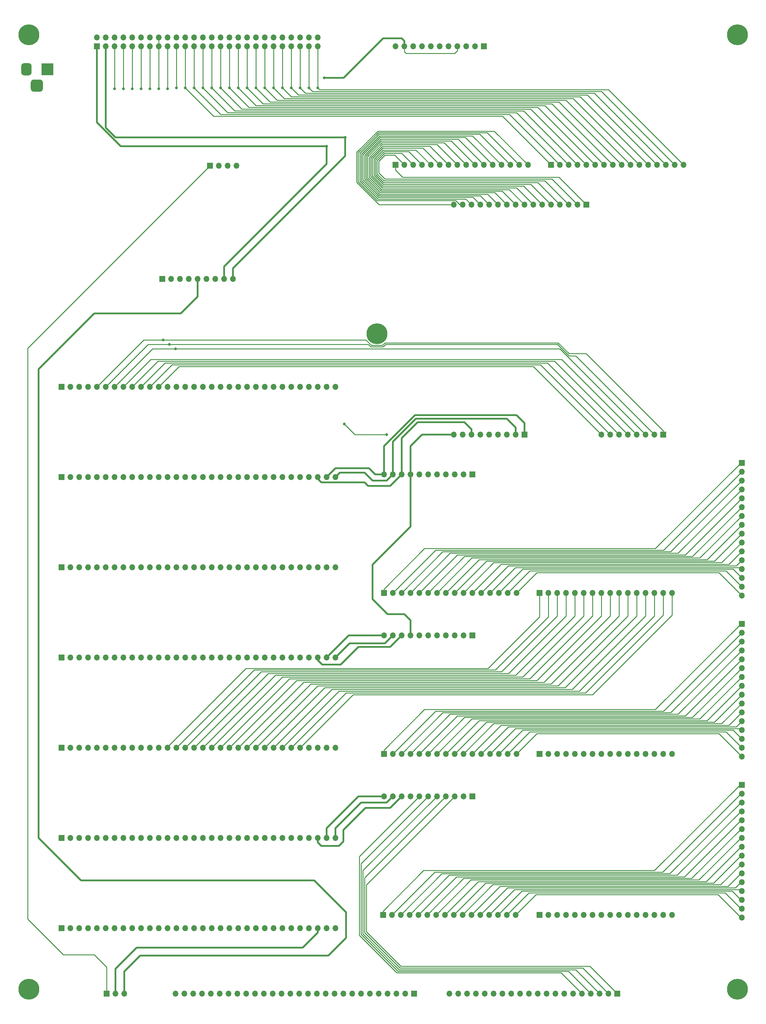
<source format=gbr>
%TF.GenerationSoftware,KiCad,Pcbnew,(5.1.10-1-10_14)*%
%TF.CreationDate,2021-11-26T01:15:21-05:00*%
%TF.ProjectId,FULL-assembly-backplane,46554c4c-2d61-4737-9365-6d626c792d62,rev?*%
%TF.SameCoordinates,Original*%
%TF.FileFunction,Copper,L2,Bot*%
%TF.FilePolarity,Positive*%
%FSLAX46Y46*%
G04 Gerber Fmt 4.6, Leading zero omitted, Abs format (unit mm)*
G04 Created by KiCad (PCBNEW (5.1.10-1-10_14)) date 2021-11-26 01:15:21*
%MOMM*%
%LPD*%
G01*
G04 APERTURE LIST*
%TA.AperFunction,ComponentPad*%
%ADD10O,1.700000X1.700000*%
%TD*%
%TA.AperFunction,ComponentPad*%
%ADD11R,1.700000X1.700000*%
%TD*%
%TA.AperFunction,ComponentPad*%
%ADD12C,6.000000*%
%TD*%
%TA.AperFunction,ComponentPad*%
%ADD13C,0.800000*%
%TD*%
%TA.AperFunction,ComponentPad*%
%ADD14R,3.500000X3.500000*%
%TD*%
%TA.AperFunction,ViaPad*%
%ADD15C,0.800000*%
%TD*%
%TA.AperFunction,Conductor*%
%ADD16C,0.500000*%
%TD*%
%TA.AperFunction,Conductor*%
%ADD17C,0.250000*%
%TD*%
G04 APERTURE END LIST*
D10*
%TO.P,J24,3*%
%TO.N,~CLOCK*%
X139954000Y-270764000D03*
%TO.P,J24,2*%
%TO.N,CLOCK*%
X137414000Y-270764000D03*
D11*
%TO.P,J24,1*%
%TO.N,FREQ_IN*%
X134874000Y-270764000D03*
%TD*%
D10*
%TO.P,J2,20*%
%TO.N,~MAR_LD*%
X233426000Y-270764000D03*
%TO.P,J2,19*%
%TO.N,~MAR_ADDR*%
X235966000Y-270764000D03*
%TO.P,J2,18*%
%TO.N,~WE*%
X238506000Y-270764000D03*
%TO.P,J2,17*%
%TO.N,~OE*%
X241046000Y-270764000D03*
%TO.P,J2,16*%
%TO.N,~CS*%
X243586000Y-270764000D03*
%TO.P,J2,15*%
%TO.N,~DS*%
X246126000Y-270764000D03*
%TO.P,J2,14*%
%TO.N,MODE*%
X248666000Y-270764000D03*
%TO.P,J2,13*%
%TO.N,SP_DEC*%
X251206000Y-270764000D03*
%TO.P,J2,12*%
%TO.N,SP_INC*%
X253746000Y-270764000D03*
%TO.P,J2,11*%
%TO.N,~LD_STACK_P*%
X256286000Y-270764000D03*
%TO.P,J2,10*%
%TO.N,~SP_BO*%
X258826000Y-270764000D03*
%TO.P,J2,9*%
%TO.N,~SP_ADDR*%
X261366000Y-270764000D03*
%TO.P,J2,8*%
%TO.N,~IN_LD*%
X263906000Y-270764000D03*
%TO.P,J2,7*%
%TO.N,~IN_BO*%
X266446000Y-270764000D03*
%TO.P,J2,6*%
%TO.N,~IN_ADDR*%
X268986000Y-270764000D03*
%TO.P,J2,5*%
%TO.N,PC_DEC*%
X271526000Y-270764000D03*
%TO.P,J2,4*%
%TO.N,PC_INC*%
X274066000Y-270764000D03*
%TO.P,J2,3*%
%TO.N,~PC_LD*%
X276606000Y-270764000D03*
%TO.P,J2,2*%
%TO.N,~PC_BO*%
X279146000Y-270764000D03*
D11*
%TO.P,J2,1*%
%TO.N,~PC_ADDR*%
X281686000Y-270764000D03*
%TD*%
D10*
%TO.P,J22,4*%
%TO.N,BUS2*%
X172212000Y-33020000D03*
%TO.P,J22,3*%
%TO.N,BUS1*%
X169672000Y-33020000D03*
%TO.P,J22,2*%
%TO.N,BUS0*%
X167132000Y-33020000D03*
D11*
%TO.P,J22,1*%
%TO.N,FREQ_IN*%
X164592000Y-33020000D03*
%TD*%
D10*
%TO.P,J5,9*%
%TO.N,GND*%
X171196000Y-65532000D03*
%TO.P,J5,8*%
%TO.N,VCC*%
X168656000Y-65532000D03*
%TO.P,J5,7*%
%TO.N,HALT*%
X166116000Y-65532000D03*
%TO.P,J5,6*%
%TO.N,~CLOCK*%
X163576000Y-65532000D03*
%TO.P,J5,5*%
X161036000Y-65532000D03*
%TO.P,J5,4*%
%TO.N,CLOCK*%
X158496000Y-65532000D03*
%TO.P,J5,3*%
X155956000Y-65532000D03*
%TO.P,J5,2*%
X153416000Y-65532000D03*
D11*
%TO.P,J5,1*%
X150876000Y-65532000D03*
%TD*%
D12*
%TO.P,REF\u002A\u002A,1*%
%TO.N,N/C*%
X212598000Y-81280000D03*
D13*
X214848000Y-81280000D03*
X214188990Y-82870990D03*
X212598000Y-83530000D03*
X211007010Y-82870990D03*
X210348000Y-81280000D03*
X211007010Y-79689010D03*
X212598000Y-79030000D03*
X214188990Y-79689010D03*
%TD*%
D10*
%TO.P,J4,9*%
%TO.N,RESET*%
X234696000Y-110236000D03*
%TO.P,J4,8*%
%TO.N,MODE*%
X237236000Y-110236000D03*
%TO.P,J4,7*%
%TO.N,CLOCK*%
X239776000Y-110236000D03*
%TO.P,J4,6*%
%TO.N,~DS*%
X242316000Y-110236000D03*
%TO.P,J4,5*%
%TO.N,~CS*%
X244856000Y-110236000D03*
%TO.P,J4,4*%
%TO.N,~OE*%
X247396000Y-110236000D03*
%TO.P,J4,3*%
%TO.N,~WE*%
X249936000Y-110236000D03*
%TO.P,J4,2*%
%TO.N,GND*%
X252476000Y-110236000D03*
D11*
%TO.P,J4,1*%
%TO.N,VCC*%
X255016000Y-110236000D03*
%TD*%
D10*
%TO.P,J3,8*%
%TO.N,BUS7*%
X277114000Y-110236000D03*
%TO.P,J3,7*%
%TO.N,BUS6*%
X279654000Y-110236000D03*
%TO.P,J3,6*%
%TO.N,BUS5*%
X282194000Y-110236000D03*
%TO.P,J3,5*%
%TO.N,BUS4*%
X284734000Y-110236000D03*
%TO.P,J3,4*%
%TO.N,BUS3*%
X287274000Y-110236000D03*
%TO.P,J3,3*%
%TO.N,BUS2*%
X289814000Y-110236000D03*
%TO.P,J3,2*%
%TO.N,BUS1*%
X292354000Y-110236000D03*
D11*
%TO.P,J3,1*%
%TO.N,BUS0*%
X294894000Y-110236000D03*
%TD*%
D10*
%TO.P,J17,16*%
%TO.N,/MAR_B15*%
X234696000Y-44196000D03*
%TO.P,J17,15*%
%TO.N,/MAR_B14*%
X237236000Y-44196000D03*
%TO.P,J17,14*%
%TO.N,/MAR_B13*%
X239776000Y-44196000D03*
%TO.P,J17,13*%
%TO.N,/MAR_B12*%
X242316000Y-44196000D03*
%TO.P,J17,12*%
%TO.N,/MAR_B11*%
X244856000Y-44196000D03*
%TO.P,J17,11*%
%TO.N,/MAR_B10*%
X247396000Y-44196000D03*
%TO.P,J17,10*%
%TO.N,/MAR_B9*%
X249936000Y-44196000D03*
%TO.P,J17,9*%
%TO.N,/MAR_B8*%
X252476000Y-44196000D03*
%TO.P,J17,8*%
%TO.N,/MAR_B7*%
X255016000Y-44196000D03*
%TO.P,J17,7*%
%TO.N,/MAR_B6*%
X257556000Y-44196000D03*
%TO.P,J17,6*%
%TO.N,/MAR_B5*%
X260096000Y-44196000D03*
%TO.P,J17,5*%
%TO.N,/MAR_B4*%
X262636000Y-44196000D03*
%TO.P,J17,4*%
%TO.N,/MAR_B3*%
X265176000Y-44196000D03*
%TO.P,J17,3*%
%TO.N,/MAR_B2*%
X267716000Y-44196000D03*
%TO.P,J17,2*%
%TO.N,/MAR_B1*%
X270256000Y-44196000D03*
D11*
%TO.P,J17,1*%
%TO.N,/MAR_B0*%
X272796000Y-44196000D03*
%TD*%
D12*
%TO.P,REF\u002A\u002A,1*%
%TO.N,N/C*%
X112522000Y-269494000D03*
D13*
X114772000Y-269494000D03*
X114112990Y-271084990D03*
X112522000Y-271744000D03*
X110931010Y-271084990D03*
X110272000Y-269494000D03*
X110931010Y-267903010D03*
X112522000Y-267244000D03*
X114112990Y-267903010D03*
%TD*%
%TO.P,REF\u002A\u002A,1*%
%TO.N,N/C*%
X317820990Y-267903010D03*
X316230000Y-267244000D03*
X314639010Y-267903010D03*
X313980000Y-269494000D03*
X314639010Y-271084990D03*
X316230000Y-271744000D03*
X317820990Y-271084990D03*
X318480000Y-269494000D03*
D12*
X316230000Y-269494000D03*
%TD*%
%TO.P,REF\u002A\u002A,1*%
%TO.N,N/C*%
X112522000Y4572000D03*
D13*
X114772000Y4572000D03*
X114112990Y2981010D03*
X112522000Y2322000D03*
X110931010Y2981010D03*
X110272000Y4572000D03*
X110931010Y6162990D03*
X112522000Y6822000D03*
X114112990Y6162990D03*
%TD*%
%TO.P,REF\u002A\u002A,1*%
%TO.N,N/C*%
X317820990Y6162990D03*
X316230000Y6822000D03*
X314639010Y6162990D03*
X313980000Y4572000D03*
X314639010Y2981010D03*
X316230000Y2322000D03*
X317820990Y2981010D03*
X318480000Y4572000D03*
D12*
X316230000Y4572000D03*
%TD*%
D10*
%TO.P,J1,28*%
%TO.N,MSB_C*%
X154686000Y-270764000D03*
%TO.P,J1,27*%
%TO.N,LSB_C*%
X157226000Y-270764000D03*
%TO.P,J1,26*%
%TO.N,O_C*%
X159766000Y-270764000D03*
%TO.P,J1,25*%
%TO.N,I_C*%
X162306000Y-270764000D03*
%TO.P,J1,24*%
%TO.N,MSB_D*%
X164846000Y-270764000D03*
%TO.P,J1,23*%
%TO.N,LSB_D*%
X167386000Y-270764000D03*
%TO.P,J1,22*%
%TO.N,O_D*%
X169926000Y-270764000D03*
%TO.P,J1,21*%
%TO.N,I_D*%
X172466000Y-270764000D03*
%TO.P,J1,20*%
%TO.N,MSB_E*%
X175006000Y-270764000D03*
%TO.P,J1,19*%
%TO.N,LSB_E*%
X177546000Y-270764000D03*
%TO.P,J1,18*%
%TO.N,O_E*%
X180086000Y-270764000D03*
%TO.P,J1,17*%
%TO.N,I_E*%
X182626000Y-270764000D03*
%TO.P,J1,16*%
%TO.N,MSB_F*%
X185166000Y-270764000D03*
%TO.P,J1,15*%
%TO.N,LSB_F*%
X187706000Y-270764000D03*
%TO.P,J1,14*%
%TO.N,O_F*%
X190246000Y-270764000D03*
%TO.P,J1,13*%
%TO.N,I_F*%
X192786000Y-270764000D03*
%TO.P,J1,12*%
%TO.N,MSB_SCR_0*%
X195326000Y-270764000D03*
%TO.P,J1,11*%
%TO.N,LSB_SCR_0*%
X197866000Y-270764000D03*
%TO.P,J1,10*%
%TO.N,O_SCR_0*%
X200406000Y-270764000D03*
%TO.P,J1,9*%
%TO.N,I_SCR_0*%
X202946000Y-270764000D03*
%TO.P,J1,8*%
%TO.N,MSB_SCR_1*%
X205486000Y-270764000D03*
%TO.P,J1,7*%
%TO.N,LSB_SCR_1*%
X208026000Y-270764000D03*
%TO.P,J1,6*%
%TO.N,O_SCR_1*%
X210566000Y-270764000D03*
%TO.P,J1,5*%
%TO.N,I_SCR_1*%
X213106000Y-270764000D03*
%TO.P,J1,4*%
%TO.N,MSB_CONST*%
X215646000Y-270764000D03*
%TO.P,J1,3*%
%TO.N,LSB_CONST*%
X218186000Y-270764000D03*
%TO.P,J1,2*%
%TO.N,O_CONST*%
X220726000Y-270764000D03*
D11*
%TO.P,J1,1*%
%TO.N,I_CONST*%
X223266000Y-270764000D03*
%TD*%
D10*
%TO.P,J6,16*%
%TO.N,M7*%
X297434000Y-155702000D03*
%TO.P,J6,15*%
%TO.N,M6*%
X294894000Y-155702000D03*
%TO.P,J6,14*%
%TO.N,M5*%
X292354000Y-155702000D03*
%TO.P,J6,13*%
%TO.N,M4*%
X289814000Y-155702000D03*
%TO.P,J6,12*%
%TO.N,M3*%
X287274000Y-155702000D03*
%TO.P,J6,11*%
%TO.N,M2*%
X284734000Y-155702000D03*
%TO.P,J6,10*%
%TO.N,M1*%
X282194000Y-155702000D03*
%TO.P,J6,9*%
%TO.N,M0*%
X279654000Y-155702000D03*
%TO.P,J6,8*%
%TO.N,L7*%
X277114000Y-155702000D03*
%TO.P,J6,7*%
%TO.N,L6*%
X274574000Y-155702000D03*
%TO.P,J6,6*%
%TO.N,L5*%
X272034000Y-155702000D03*
%TO.P,J6,5*%
%TO.N,L4*%
X269494000Y-155702000D03*
%TO.P,J6,4*%
%TO.N,L3*%
X266954000Y-155702000D03*
%TO.P,J6,3*%
%TO.N,L2*%
X264414000Y-155702000D03*
%TO.P,J6,2*%
%TO.N,L1*%
X261874000Y-155702000D03*
D11*
%TO.P,J6,1*%
%TO.N,L0*%
X259334000Y-155702000D03*
%TD*%
%TO.P,J13,1*%
%TO.N,/PC_B0*%
X214376000Y-248158000D03*
D10*
%TO.P,J13,2*%
%TO.N,/PC_B1*%
X216916000Y-248158000D03*
%TO.P,J13,3*%
%TO.N,/PC_B2*%
X219456000Y-248158000D03*
%TO.P,J13,4*%
%TO.N,/PC_B3*%
X221996000Y-248158000D03*
%TO.P,J13,5*%
%TO.N,/PC_B4*%
X224536000Y-248158000D03*
%TO.P,J13,6*%
%TO.N,/PC_B5*%
X227076000Y-248158000D03*
%TO.P,J13,7*%
%TO.N,/PC_B6*%
X229616000Y-248158000D03*
%TO.P,J13,8*%
%TO.N,/PC_B7*%
X232156000Y-248158000D03*
%TO.P,J13,9*%
%TO.N,/PC_B8*%
X234696000Y-248158000D03*
%TO.P,J13,10*%
%TO.N,/PC_B9*%
X237236000Y-248158000D03*
%TO.P,J13,11*%
%TO.N,/PC_B10*%
X239776000Y-248158000D03*
%TO.P,J13,12*%
%TO.N,/PC_B11*%
X242316000Y-248158000D03*
%TO.P,J13,13*%
%TO.N,/PC_B12*%
X244856000Y-248158000D03*
%TO.P,J13,14*%
%TO.N,/PC_B13*%
X247396000Y-248158000D03*
%TO.P,J13,15*%
%TO.N,/PC_B14*%
X249936000Y-248158000D03*
%TO.P,J13,16*%
%TO.N,/PC_B15*%
X252476000Y-248158000D03*
%TD*%
%TO.P,J20,11*%
%TO.N,VCC*%
X217932000Y1270000D03*
%TO.P,J20,10*%
%TO.N,GND*%
X220472000Y1270000D03*
%TO.P,J20,9*%
%TO.N,CLOCK*%
X223012000Y1270000D03*
%TO.P,J20,8*%
%TO.N,RESET*%
X225552000Y1270000D03*
%TO.P,J20,7*%
%TO.N,Net-(J20-Pad7)*%
X228092000Y1270000D03*
%TO.P,J20,6*%
%TO.N,Net-(J20-Pad6)*%
X230632000Y1270000D03*
%TO.P,J20,5*%
%TO.N,~MAR_LD*%
X233172000Y1270000D03*
%TO.P,J20,4*%
%TO.N,GND*%
X235712000Y1270000D03*
%TO.P,J20,3*%
%TO.N,~MAR_ADDR*%
X238252000Y1270000D03*
%TO.P,J20,2*%
%TO.N,Net-(J20-Pad2)*%
X240792000Y1270000D03*
D11*
%TO.P,J20,1*%
%TO.N,Net-(J20-Pad1)*%
X243332000Y1270000D03*
%TD*%
D10*
%TO.P,J19,11*%
%TO.N,VCC*%
X214630000Y-167894000D03*
%TO.P,J19,10*%
%TO.N,GND*%
X217170000Y-167894000D03*
%TO.P,J19,9*%
%TO.N,CLOCK*%
X219710000Y-167894000D03*
%TO.P,J19,8*%
%TO.N,RESET*%
X222250000Y-167894000D03*
%TO.P,J19,7*%
%TO.N,Net-(J19-Pad7)*%
X224790000Y-167894000D03*
%TO.P,J19,6*%
%TO.N,Net-(J19-Pad6)*%
X227330000Y-167894000D03*
%TO.P,J19,5*%
%TO.N,~IN_LD*%
X229870000Y-167894000D03*
%TO.P,J19,4*%
%TO.N,~IN_BO*%
X232410000Y-167894000D03*
%TO.P,J19,3*%
%TO.N,~IN_ADDR*%
X234950000Y-167894000D03*
%TO.P,J19,2*%
%TO.N,Net-(J19-Pad2)*%
X237490000Y-167894000D03*
D11*
%TO.P,J19,1*%
%TO.N,Net-(J19-Pad1)*%
X240030000Y-167894000D03*
%TD*%
D10*
%TO.P,J21,11*%
%TO.N,VCC*%
X214630000Y-214122000D03*
%TO.P,J21,10*%
%TO.N,GND*%
X217170000Y-214122000D03*
%TO.P,J21,9*%
%TO.N,CLOCK*%
X219710000Y-214122000D03*
%TO.P,J21,8*%
%TO.N,RESET*%
X222250000Y-214122000D03*
%TO.P,J21,7*%
%TO.N,PC_DEC*%
X224790000Y-214122000D03*
%TO.P,J21,6*%
%TO.N,PC_INC*%
X227330000Y-214122000D03*
%TO.P,J21,5*%
%TO.N,~PC_LD*%
X229870000Y-214122000D03*
%TO.P,J21,4*%
%TO.N,~PC_BO*%
X232410000Y-214122000D03*
%TO.P,J21,3*%
%TO.N,~PC_ADDR*%
X234950000Y-214122000D03*
%TO.P,J21,2*%
%TO.N,Net-(J21-Pad2)*%
X237490000Y-214122000D03*
D11*
%TO.P,J21,1*%
%TO.N,Net-(J21-Pad1)*%
X240030000Y-214122000D03*
%TD*%
D10*
%TO.P,J7,16*%
%TO.N,/SP_B15*%
X252730000Y-155702000D03*
%TO.P,J7,15*%
%TO.N,/SP_B14*%
X250190000Y-155702000D03*
%TO.P,J7,14*%
%TO.N,/SP_B13*%
X247650000Y-155702000D03*
%TO.P,J7,13*%
%TO.N,/SP_B12*%
X245110000Y-155702000D03*
%TO.P,J7,12*%
%TO.N,/SP_B11*%
X242570000Y-155702000D03*
%TO.P,J7,11*%
%TO.N,/SP_B10*%
X240030000Y-155702000D03*
%TO.P,J7,10*%
%TO.N,/SP_B9*%
X237490000Y-155702000D03*
%TO.P,J7,9*%
%TO.N,/SP_B8*%
X234950000Y-155702000D03*
%TO.P,J7,8*%
%TO.N,/SP_B7*%
X232410000Y-155702000D03*
%TO.P,J7,7*%
%TO.N,/SP_B6*%
X229870000Y-155702000D03*
%TO.P,J7,6*%
%TO.N,/SP_B5*%
X227330000Y-155702000D03*
%TO.P,J7,5*%
%TO.N,/SP_B4*%
X224790000Y-155702000D03*
%TO.P,J7,4*%
%TO.N,/SP_B3*%
X222250000Y-155702000D03*
%TO.P,J7,3*%
%TO.N,/SP_B2*%
X219710000Y-155702000D03*
%TO.P,J7,2*%
%TO.N,/SP_B1*%
X217170000Y-155702000D03*
D11*
%TO.P,J7,1*%
%TO.N,/SP_B0*%
X214630000Y-155702000D03*
%TD*%
D10*
%TO.P,J9,16*%
%TO.N,M7*%
X297434000Y-201930000D03*
%TO.P,J9,15*%
%TO.N,M6*%
X294894000Y-201930000D03*
%TO.P,J9,14*%
%TO.N,M5*%
X292354000Y-201930000D03*
%TO.P,J9,13*%
%TO.N,M4*%
X289814000Y-201930000D03*
%TO.P,J9,12*%
%TO.N,M3*%
X287274000Y-201930000D03*
%TO.P,J9,11*%
%TO.N,M2*%
X284734000Y-201930000D03*
%TO.P,J9,10*%
%TO.N,M1*%
X282194000Y-201930000D03*
%TO.P,J9,9*%
%TO.N,M0*%
X279654000Y-201930000D03*
%TO.P,J9,8*%
%TO.N,L7*%
X277114000Y-201930000D03*
%TO.P,J9,7*%
%TO.N,L6*%
X274574000Y-201930000D03*
%TO.P,J9,6*%
%TO.N,L5*%
X272034000Y-201930000D03*
%TO.P,J9,5*%
%TO.N,L4*%
X269494000Y-201930000D03*
%TO.P,J9,4*%
%TO.N,L3*%
X266954000Y-201930000D03*
%TO.P,J9,3*%
%TO.N,L2*%
X264414000Y-201930000D03*
%TO.P,J9,2*%
%TO.N,L1*%
X261874000Y-201930000D03*
D11*
%TO.P,J9,1*%
%TO.N,L0*%
X259334000Y-201930000D03*
%TD*%
D10*
%TO.P,J10,16*%
%TO.N,/IN_B15*%
X252730000Y-201930000D03*
%TO.P,J10,15*%
%TO.N,/IN_B14*%
X250190000Y-201930000D03*
%TO.P,J10,14*%
%TO.N,/IN_B13*%
X247650000Y-201930000D03*
%TO.P,J10,13*%
%TO.N,/IN_B12*%
X245110000Y-201930000D03*
%TO.P,J10,12*%
%TO.N,/IN_B11*%
X242570000Y-201930000D03*
%TO.P,J10,11*%
%TO.N,/IN_B10*%
X240030000Y-201930000D03*
%TO.P,J10,10*%
%TO.N,/IN_B9*%
X237490000Y-201930000D03*
%TO.P,J10,9*%
%TO.N,/IN_B8*%
X234950000Y-201930000D03*
%TO.P,J10,8*%
%TO.N,/IN_B7*%
X232410000Y-201930000D03*
%TO.P,J10,7*%
%TO.N,/IN_B6*%
X229870000Y-201930000D03*
%TO.P,J10,6*%
%TO.N,/IN_B5*%
X227330000Y-201930000D03*
%TO.P,J10,5*%
%TO.N,/IN_B4*%
X224790000Y-201930000D03*
%TO.P,J10,4*%
%TO.N,/IN_B3*%
X222250000Y-201930000D03*
%TO.P,J10,3*%
%TO.N,/IN_B2*%
X219710000Y-201930000D03*
%TO.P,J10,2*%
%TO.N,/IN_B1*%
X217170000Y-201930000D03*
D11*
%TO.P,J10,1*%
%TO.N,/IN_B0*%
X214630000Y-201930000D03*
%TD*%
D10*
%TO.P,J12,16*%
%TO.N,M7*%
X297434000Y-248158000D03*
%TO.P,J12,15*%
%TO.N,M6*%
X294894000Y-248158000D03*
%TO.P,J12,14*%
%TO.N,M5*%
X292354000Y-248158000D03*
%TO.P,J12,13*%
%TO.N,M4*%
X289814000Y-248158000D03*
%TO.P,J12,12*%
%TO.N,M3*%
X287274000Y-248158000D03*
%TO.P,J12,11*%
%TO.N,M2*%
X284734000Y-248158000D03*
%TO.P,J12,10*%
%TO.N,M1*%
X282194000Y-248158000D03*
%TO.P,J12,9*%
%TO.N,M0*%
X279654000Y-248158000D03*
%TO.P,J12,8*%
%TO.N,L7*%
X277114000Y-248158000D03*
%TO.P,J12,7*%
%TO.N,L6*%
X274574000Y-248158000D03*
%TO.P,J12,6*%
%TO.N,L5*%
X272034000Y-248158000D03*
%TO.P,J12,5*%
%TO.N,L4*%
X269494000Y-248158000D03*
%TO.P,J12,4*%
%TO.N,L3*%
X266954000Y-248158000D03*
%TO.P,J12,3*%
%TO.N,L2*%
X264414000Y-248158000D03*
%TO.P,J12,2*%
%TO.N,L1*%
X261874000Y-248158000D03*
D11*
%TO.P,J12,1*%
%TO.N,L0*%
X259334000Y-248158000D03*
%TD*%
D10*
%TO.P,J15,16*%
%TO.N,M7*%
X300736000Y-32766000D03*
%TO.P,J15,15*%
%TO.N,M6*%
X298196000Y-32766000D03*
%TO.P,J15,14*%
%TO.N,M5*%
X295656000Y-32766000D03*
%TO.P,J15,13*%
%TO.N,M4*%
X293116000Y-32766000D03*
%TO.P,J15,12*%
%TO.N,M3*%
X290576000Y-32766000D03*
%TO.P,J15,11*%
%TO.N,M2*%
X288036000Y-32766000D03*
%TO.P,J15,10*%
%TO.N,M1*%
X285496000Y-32766000D03*
%TO.P,J15,9*%
%TO.N,M0*%
X282956000Y-32766000D03*
%TO.P,J15,8*%
%TO.N,L7*%
X280416000Y-32766000D03*
%TO.P,J15,7*%
%TO.N,L6*%
X277876000Y-32766000D03*
%TO.P,J15,6*%
%TO.N,L5*%
X275336000Y-32766000D03*
%TO.P,J15,5*%
%TO.N,L4*%
X272796000Y-32766000D03*
%TO.P,J15,4*%
%TO.N,L3*%
X270256000Y-32766000D03*
%TO.P,J15,3*%
%TO.N,L2*%
X267716000Y-32766000D03*
%TO.P,J15,2*%
%TO.N,L1*%
X265176000Y-32766000D03*
D11*
%TO.P,J15,1*%
%TO.N,L0*%
X262636000Y-32766000D03*
%TD*%
D10*
%TO.P,J18,11*%
%TO.N,VCC*%
X214630000Y-121666000D03*
%TO.P,J18,10*%
%TO.N,GND*%
X217170000Y-121666000D03*
%TO.P,J18,9*%
%TO.N,CLOCK*%
X219710000Y-121666000D03*
%TO.P,J18,8*%
%TO.N,RESET*%
X222250000Y-121666000D03*
%TO.P,J18,7*%
%TO.N,SP_DEC*%
X224790000Y-121666000D03*
%TO.P,J18,6*%
%TO.N,SP_INC*%
X227330000Y-121666000D03*
%TO.P,J18,5*%
%TO.N,~LD_STACK_P*%
X229870000Y-121666000D03*
%TO.P,J18,4*%
%TO.N,~SP_BO*%
X232410000Y-121666000D03*
%TO.P,J18,3*%
%TO.N,~SP_ADDR*%
X234950000Y-121666000D03*
%TO.P,J18,2*%
%TO.N,Net-(J18-Pad2)*%
X237490000Y-121666000D03*
D11*
%TO.P,J18,1*%
%TO.N,Net-(J18-Pad1)*%
X240030000Y-121666000D03*
%TD*%
D10*
%TO.P,J16,16*%
%TO.N,/MAR_B15*%
X256032000Y-32766000D03*
%TO.P,J16,15*%
%TO.N,/MAR_B14*%
X253492000Y-32766000D03*
%TO.P,J16,14*%
%TO.N,/MAR_B13*%
X250952000Y-32766000D03*
%TO.P,J16,13*%
%TO.N,/MAR_B12*%
X248412000Y-32766000D03*
%TO.P,J16,12*%
%TO.N,/MAR_B11*%
X245872000Y-32766000D03*
%TO.P,J16,11*%
%TO.N,/MAR_B10*%
X243332000Y-32766000D03*
%TO.P,J16,10*%
%TO.N,/MAR_B9*%
X240792000Y-32766000D03*
%TO.P,J16,9*%
%TO.N,/MAR_B8*%
X238252000Y-32766000D03*
%TO.P,J16,8*%
%TO.N,/MAR_B7*%
X235712000Y-32766000D03*
%TO.P,J16,7*%
%TO.N,/MAR_B6*%
X233172000Y-32766000D03*
%TO.P,J16,6*%
%TO.N,/MAR_B5*%
X230632000Y-32766000D03*
%TO.P,J16,5*%
%TO.N,/MAR_B4*%
X228092000Y-32766000D03*
%TO.P,J16,4*%
%TO.N,/MAR_B3*%
X225552000Y-32766000D03*
%TO.P,J16,3*%
%TO.N,/MAR_B2*%
X223012000Y-32766000D03*
%TO.P,J16,2*%
%TO.N,/MAR_B1*%
X220472000Y-32766000D03*
D11*
%TO.P,J16,1*%
%TO.N,/MAR_B0*%
X217932000Y-32766000D03*
%TD*%
D10*
%TO.P,J8,16*%
%TO.N,/SP_B15*%
X317500000Y-156464000D03*
%TO.P,J8,15*%
%TO.N,/SP_B14*%
X317500000Y-153924000D03*
%TO.P,J8,14*%
%TO.N,/SP_B13*%
X317500000Y-151384000D03*
%TO.P,J8,13*%
%TO.N,/SP_B12*%
X317500000Y-148844000D03*
%TO.P,J8,12*%
%TO.N,/SP_B11*%
X317500000Y-146304000D03*
%TO.P,J8,11*%
%TO.N,/SP_B10*%
X317500000Y-143764000D03*
%TO.P,J8,10*%
%TO.N,/SP_B9*%
X317500000Y-141224000D03*
%TO.P,J8,9*%
%TO.N,/SP_B8*%
X317500000Y-138684000D03*
%TO.P,J8,8*%
%TO.N,/SP_B7*%
X317500000Y-136144000D03*
%TO.P,J8,7*%
%TO.N,/SP_B6*%
X317500000Y-133604000D03*
%TO.P,J8,6*%
%TO.N,/SP_B5*%
X317500000Y-131064000D03*
%TO.P,J8,5*%
%TO.N,/SP_B4*%
X317500000Y-128524000D03*
%TO.P,J8,4*%
%TO.N,/SP_B3*%
X317500000Y-125984000D03*
%TO.P,J8,3*%
%TO.N,/SP_B2*%
X317500000Y-123444000D03*
%TO.P,J8,2*%
%TO.N,/SP_B1*%
X317500000Y-120904000D03*
D11*
%TO.P,J8,1*%
%TO.N,/SP_B0*%
X317500000Y-118364000D03*
%TD*%
D10*
%TO.P,J11,16*%
%TO.N,/IN_B15*%
X317500000Y-202692000D03*
%TO.P,J11,15*%
%TO.N,/IN_B14*%
X317500000Y-200152000D03*
%TO.P,J11,14*%
%TO.N,/IN_B13*%
X317500000Y-197612000D03*
%TO.P,J11,13*%
%TO.N,/IN_B12*%
X317500000Y-195072000D03*
%TO.P,J11,12*%
%TO.N,/IN_B11*%
X317500000Y-192532000D03*
%TO.P,J11,11*%
%TO.N,/IN_B10*%
X317500000Y-189992000D03*
%TO.P,J11,10*%
%TO.N,/IN_B9*%
X317500000Y-187452000D03*
%TO.P,J11,9*%
%TO.N,/IN_B8*%
X317500000Y-184912000D03*
%TO.P,J11,8*%
%TO.N,/IN_B7*%
X317500000Y-182372000D03*
%TO.P,J11,7*%
%TO.N,/IN_B6*%
X317500000Y-179832000D03*
%TO.P,J11,6*%
%TO.N,/IN_B5*%
X317500000Y-177292000D03*
%TO.P,J11,5*%
%TO.N,/IN_B4*%
X317500000Y-174752000D03*
%TO.P,J11,4*%
%TO.N,/IN_B3*%
X317500000Y-172212000D03*
%TO.P,J11,3*%
%TO.N,/IN_B2*%
X317500000Y-169672000D03*
%TO.P,J11,2*%
%TO.N,/IN_B1*%
X317500000Y-167132000D03*
D11*
%TO.P,J11,1*%
%TO.N,/IN_B0*%
X317500000Y-164592000D03*
%TD*%
D10*
%TO.P,J14,16*%
%TO.N,/PC_B15*%
X317500000Y-248920000D03*
%TO.P,J14,15*%
%TO.N,/PC_B14*%
X317500000Y-246380000D03*
%TO.P,J14,14*%
%TO.N,/PC_B13*%
X317500000Y-243840000D03*
%TO.P,J14,13*%
%TO.N,/PC_B12*%
X317500000Y-241300000D03*
%TO.P,J14,12*%
%TO.N,/PC_B11*%
X317500000Y-238760000D03*
%TO.P,J14,11*%
%TO.N,/PC_B10*%
X317500000Y-236220000D03*
%TO.P,J14,10*%
%TO.N,/PC_B9*%
X317500000Y-233680000D03*
%TO.P,J14,9*%
%TO.N,/PC_B8*%
X317500000Y-231140000D03*
%TO.P,J14,8*%
%TO.N,/PC_B7*%
X317500000Y-228600000D03*
%TO.P,J14,7*%
%TO.N,/PC_B6*%
X317500000Y-226060000D03*
%TO.P,J14,6*%
%TO.N,/PC_B5*%
X317500000Y-223520000D03*
%TO.P,J14,5*%
%TO.N,/PC_B4*%
X317500000Y-220980000D03*
%TO.P,J14,4*%
%TO.N,/PC_B3*%
X317500000Y-218440000D03*
%TO.P,J14,3*%
%TO.N,/PC_B2*%
X317500000Y-215900000D03*
%TO.P,J14,2*%
%TO.N,/PC_B1*%
X317500000Y-213360000D03*
D11*
%TO.P,J14,1*%
%TO.N,/PC_B0*%
X317500000Y-210820000D03*
%TD*%
%TO.P,J34,1*%
%TO.N,MSB_E*%
X121920000Y-148336000D03*
D10*
%TO.P,J34,2*%
%TO.N,LSB_E*%
X124460000Y-148336000D03*
%TO.P,J34,3*%
%TO.N,O_E*%
X127000000Y-148336000D03*
%TO.P,J34,4*%
%TO.N,I_E*%
X129540000Y-148336000D03*
%TO.P,J34,5*%
%TO.N,BUS0*%
X132080000Y-148336000D03*
%TO.P,J34,6*%
%TO.N,BUS1*%
X134620000Y-148336000D03*
%TO.P,J34,7*%
%TO.N,BUS2*%
X137160000Y-148336000D03*
%TO.P,J34,8*%
%TO.N,BUS3*%
X139700000Y-148336000D03*
%TO.P,J34,9*%
%TO.N,BUS4*%
X142240000Y-148336000D03*
%TO.P,J34,10*%
%TO.N,BUS5*%
X144780000Y-148336000D03*
%TO.P,J34,11*%
%TO.N,BUS6*%
X147320000Y-148336000D03*
%TO.P,J34,12*%
%TO.N,BUS7*%
X149860000Y-148336000D03*
%TO.P,J34,13*%
%TO.N,L0*%
X152400000Y-148336000D03*
%TO.P,J34,14*%
%TO.N,L1*%
X154940000Y-148336000D03*
%TO.P,J34,15*%
%TO.N,L2*%
X157480000Y-148336000D03*
%TO.P,J34,16*%
%TO.N,L3*%
X160020000Y-148336000D03*
%TO.P,J34,17*%
%TO.N,L4*%
X162560000Y-148336000D03*
%TO.P,J34,18*%
%TO.N,L5*%
X165100000Y-148336000D03*
%TO.P,J34,19*%
%TO.N,L6*%
X167640000Y-148336000D03*
%TO.P,J34,20*%
%TO.N,L7*%
X170180000Y-148336000D03*
%TO.P,J34,21*%
%TO.N,M0*%
X172720000Y-148336000D03*
%TO.P,J34,22*%
%TO.N,M1*%
X175260000Y-148336000D03*
%TO.P,J34,23*%
%TO.N,M2*%
X177800000Y-148336000D03*
%TO.P,J34,24*%
%TO.N,M3*%
X180340000Y-148336000D03*
%TO.P,J34,25*%
%TO.N,M4*%
X182880000Y-148336000D03*
%TO.P,J34,26*%
%TO.N,M5*%
X185420000Y-148336000D03*
%TO.P,J34,27*%
%TO.N,M6*%
X187960000Y-148336000D03*
%TO.P,J34,28*%
%TO.N,M7*%
X190500000Y-148336000D03*
%TO.P,J34,29*%
%TO.N,Net-(J34-Pad29)*%
X193040000Y-148336000D03*
%TO.P,J34,30*%
%TO.N,CLOCK*%
X195580000Y-148336000D03*
%TO.P,J34,31*%
%TO.N,VCC*%
X198120000Y-148336000D03*
%TO.P,J34,32*%
%TO.N,GND*%
X200660000Y-148336000D03*
%TD*%
D11*
%TO.P,J36,1*%
%TO.N,MSB_SCR_0*%
X121920000Y-200152000D03*
D10*
%TO.P,J36,2*%
%TO.N,LSB_SCR_0*%
X124460000Y-200152000D03*
%TO.P,J36,3*%
%TO.N,O_SCR_0*%
X127000000Y-200152000D03*
%TO.P,J36,4*%
%TO.N,I_SCR_0*%
X129540000Y-200152000D03*
%TO.P,J36,5*%
%TO.N,BUS0*%
X132080000Y-200152000D03*
%TO.P,J36,6*%
%TO.N,BUS1*%
X134620000Y-200152000D03*
%TO.P,J36,7*%
%TO.N,BUS2*%
X137160000Y-200152000D03*
%TO.P,J36,8*%
%TO.N,BUS3*%
X139700000Y-200152000D03*
%TO.P,J36,9*%
%TO.N,BUS4*%
X142240000Y-200152000D03*
%TO.P,J36,10*%
%TO.N,BUS5*%
X144780000Y-200152000D03*
%TO.P,J36,11*%
%TO.N,BUS6*%
X147320000Y-200152000D03*
%TO.P,J36,12*%
%TO.N,BUS7*%
X149860000Y-200152000D03*
%TO.P,J36,13*%
%TO.N,L0*%
X152400000Y-200152000D03*
%TO.P,J36,14*%
%TO.N,L1*%
X154940000Y-200152000D03*
%TO.P,J36,15*%
%TO.N,L2*%
X157480000Y-200152000D03*
%TO.P,J36,16*%
%TO.N,L3*%
X160020000Y-200152000D03*
%TO.P,J36,17*%
%TO.N,L4*%
X162560000Y-200152000D03*
%TO.P,J36,18*%
%TO.N,L5*%
X165100000Y-200152000D03*
%TO.P,J36,19*%
%TO.N,L6*%
X167640000Y-200152000D03*
%TO.P,J36,20*%
%TO.N,L7*%
X170180000Y-200152000D03*
%TO.P,J36,21*%
%TO.N,M0*%
X172720000Y-200152000D03*
%TO.P,J36,22*%
%TO.N,M1*%
X175260000Y-200152000D03*
%TO.P,J36,23*%
%TO.N,M2*%
X177800000Y-200152000D03*
%TO.P,J36,24*%
%TO.N,M3*%
X180340000Y-200152000D03*
%TO.P,J36,25*%
%TO.N,M4*%
X182880000Y-200152000D03*
%TO.P,J36,26*%
%TO.N,M5*%
X185420000Y-200152000D03*
%TO.P,J36,27*%
%TO.N,M6*%
X187960000Y-200152000D03*
%TO.P,J36,28*%
%TO.N,M7*%
X190500000Y-200152000D03*
%TO.P,J36,29*%
%TO.N,Net-(J36-Pad29)*%
X193040000Y-200152000D03*
%TO.P,J36,30*%
%TO.N,CLOCK*%
X195580000Y-200152000D03*
%TO.P,J36,31*%
%TO.N,VCC*%
X198120000Y-200152000D03*
%TO.P,J36,32*%
%TO.N,GND*%
X200660000Y-200152000D03*
%TD*%
D11*
%TO.P,J32,1*%
%TO.N,MSB_C*%
X121920000Y-96520000D03*
D10*
%TO.P,J32,2*%
%TO.N,LSB_C*%
X124460000Y-96520000D03*
%TO.P,J32,3*%
%TO.N,O_C*%
X127000000Y-96520000D03*
%TO.P,J32,4*%
%TO.N,I_C*%
X129540000Y-96520000D03*
%TO.P,J32,5*%
%TO.N,BUS0*%
X132080000Y-96520000D03*
%TO.P,J32,6*%
%TO.N,BUS1*%
X134620000Y-96520000D03*
%TO.P,J32,7*%
%TO.N,BUS2*%
X137160000Y-96520000D03*
%TO.P,J32,8*%
%TO.N,BUS3*%
X139700000Y-96520000D03*
%TO.P,J32,9*%
%TO.N,BUS4*%
X142240000Y-96520000D03*
%TO.P,J32,10*%
%TO.N,BUS5*%
X144780000Y-96520000D03*
%TO.P,J32,11*%
%TO.N,BUS6*%
X147320000Y-96520000D03*
%TO.P,J32,12*%
%TO.N,BUS7*%
X149860000Y-96520000D03*
%TO.P,J32,13*%
%TO.N,L0*%
X152400000Y-96520000D03*
%TO.P,J32,14*%
%TO.N,L1*%
X154940000Y-96520000D03*
%TO.P,J32,15*%
%TO.N,L2*%
X157480000Y-96520000D03*
%TO.P,J32,16*%
%TO.N,L3*%
X160020000Y-96520000D03*
%TO.P,J32,17*%
%TO.N,L4*%
X162560000Y-96520000D03*
%TO.P,J32,18*%
%TO.N,L5*%
X165100000Y-96520000D03*
%TO.P,J32,19*%
%TO.N,L6*%
X167640000Y-96520000D03*
%TO.P,J32,20*%
%TO.N,L7*%
X170180000Y-96520000D03*
%TO.P,J32,21*%
%TO.N,M0*%
X172720000Y-96520000D03*
%TO.P,J32,22*%
%TO.N,M1*%
X175260000Y-96520000D03*
%TO.P,J32,23*%
%TO.N,M2*%
X177800000Y-96520000D03*
%TO.P,J32,24*%
%TO.N,M3*%
X180340000Y-96520000D03*
%TO.P,J32,25*%
%TO.N,M4*%
X182880000Y-96520000D03*
%TO.P,J32,26*%
%TO.N,M5*%
X185420000Y-96520000D03*
%TO.P,J32,27*%
%TO.N,M6*%
X187960000Y-96520000D03*
%TO.P,J32,28*%
%TO.N,M7*%
X190500000Y-96520000D03*
%TO.P,J32,29*%
%TO.N,Net-(J32-Pad29)*%
X193040000Y-96520000D03*
%TO.P,J32,30*%
%TO.N,CLOCK*%
X195580000Y-96520000D03*
%TO.P,J32,31*%
%TO.N,VCC*%
X198120000Y-96520000D03*
%TO.P,J32,32*%
%TO.N,GND*%
X200660000Y-96520000D03*
%TD*%
%TO.P,J37,52*%
%TO.N,M7*%
X195580000Y3810000D03*
%TO.P,J37,51*%
X195580000Y1270000D03*
%TO.P,J37,50*%
%TO.N,M6*%
X193040000Y3810000D03*
%TO.P,J37,49*%
X193040000Y1270000D03*
%TO.P,J37,48*%
%TO.N,M5*%
X190500000Y3810000D03*
%TO.P,J37,47*%
X190500000Y1270000D03*
%TO.P,J37,46*%
%TO.N,M4*%
X187960000Y3810000D03*
%TO.P,J37,45*%
X187960000Y1270000D03*
%TO.P,J37,44*%
%TO.N,M3*%
X185420000Y3810000D03*
%TO.P,J37,43*%
X185420000Y1270000D03*
%TO.P,J37,42*%
%TO.N,M2*%
X182880000Y3810000D03*
%TO.P,J37,41*%
X182880000Y1270000D03*
%TO.P,J37,40*%
%TO.N,M1*%
X180340000Y3810000D03*
%TO.P,J37,39*%
X180340000Y1270000D03*
%TO.P,J37,38*%
%TO.N,M0*%
X177800000Y3810000D03*
%TO.P,J37,37*%
X177800000Y1270000D03*
%TO.P,J37,36*%
%TO.N,L7*%
X175260000Y3810000D03*
%TO.P,J37,35*%
X175260000Y1270000D03*
%TO.P,J37,34*%
%TO.N,L6*%
X172720000Y3810000D03*
%TO.P,J37,33*%
X172720000Y1270000D03*
%TO.P,J37,32*%
%TO.N,L5*%
X170180000Y3810000D03*
%TO.P,J37,31*%
X170180000Y1270000D03*
%TO.P,J37,30*%
%TO.N,L4*%
X167640000Y3810000D03*
%TO.P,J37,29*%
X167640000Y1270000D03*
%TO.P,J37,28*%
%TO.N,L3*%
X165100000Y3810000D03*
%TO.P,J37,27*%
X165100000Y1270000D03*
%TO.P,J37,26*%
%TO.N,L2*%
X162560000Y3810000D03*
%TO.P,J37,25*%
X162560000Y1270000D03*
%TO.P,J37,24*%
%TO.N,L1*%
X160020000Y3810000D03*
%TO.P,J37,23*%
X160020000Y1270000D03*
%TO.P,J37,22*%
%TO.N,L0*%
X157480000Y3810000D03*
%TO.P,J37,21*%
X157480000Y1270000D03*
%TO.P,J37,20*%
%TO.N,BUS7*%
X154940000Y3810000D03*
%TO.P,J37,19*%
X154940000Y1270000D03*
%TO.P,J37,18*%
%TO.N,BUS6*%
X152400000Y3810000D03*
%TO.P,J37,17*%
X152400000Y1270000D03*
%TO.P,J37,16*%
%TO.N,BUS5*%
X149860000Y3810000D03*
%TO.P,J37,15*%
X149860000Y1270000D03*
%TO.P,J37,14*%
%TO.N,BUS4*%
X147320000Y3810000D03*
%TO.P,J37,13*%
X147320000Y1270000D03*
%TO.P,J37,12*%
%TO.N,BUS3*%
X144780000Y3810000D03*
%TO.P,J37,11*%
X144780000Y1270000D03*
%TO.P,J37,10*%
%TO.N,BUS2*%
X142240000Y3810000D03*
%TO.P,J37,9*%
X142240000Y1270000D03*
%TO.P,J37,8*%
%TO.N,BUS1*%
X139700000Y3810000D03*
%TO.P,J37,7*%
X139700000Y1270000D03*
%TO.P,J37,6*%
%TO.N,BUS0*%
X137160000Y3810000D03*
%TO.P,J37,5*%
X137160000Y1270000D03*
%TO.P,J37,4*%
%TO.N,GND*%
X134620000Y3810000D03*
%TO.P,J37,3*%
X134620000Y1270000D03*
%TO.P,J37,2*%
%TO.N,VCC*%
X132080000Y3810000D03*
D11*
%TO.P,J37,1*%
X132080000Y1270000D03*
%TD*%
%TO.P,J33,1*%
%TO.N,MSB_D*%
X121920000Y-122428000D03*
D10*
%TO.P,J33,2*%
%TO.N,LSB_D*%
X124460000Y-122428000D03*
%TO.P,J33,3*%
%TO.N,O_D*%
X127000000Y-122428000D03*
%TO.P,J33,4*%
%TO.N,I_D*%
X129540000Y-122428000D03*
%TO.P,J33,5*%
%TO.N,BUS0*%
X132080000Y-122428000D03*
%TO.P,J33,6*%
%TO.N,BUS1*%
X134620000Y-122428000D03*
%TO.P,J33,7*%
%TO.N,BUS2*%
X137160000Y-122428000D03*
%TO.P,J33,8*%
%TO.N,BUS3*%
X139700000Y-122428000D03*
%TO.P,J33,9*%
%TO.N,BUS4*%
X142240000Y-122428000D03*
%TO.P,J33,10*%
%TO.N,BUS5*%
X144780000Y-122428000D03*
%TO.P,J33,11*%
%TO.N,BUS6*%
X147320000Y-122428000D03*
%TO.P,J33,12*%
%TO.N,BUS7*%
X149860000Y-122428000D03*
%TO.P,J33,13*%
%TO.N,L0*%
X152400000Y-122428000D03*
%TO.P,J33,14*%
%TO.N,L1*%
X154940000Y-122428000D03*
%TO.P,J33,15*%
%TO.N,L2*%
X157480000Y-122428000D03*
%TO.P,J33,16*%
%TO.N,L3*%
X160020000Y-122428000D03*
%TO.P,J33,17*%
%TO.N,L4*%
X162560000Y-122428000D03*
%TO.P,J33,18*%
%TO.N,L5*%
X165100000Y-122428000D03*
%TO.P,J33,19*%
%TO.N,L6*%
X167640000Y-122428000D03*
%TO.P,J33,20*%
%TO.N,L7*%
X170180000Y-122428000D03*
%TO.P,J33,21*%
%TO.N,M0*%
X172720000Y-122428000D03*
%TO.P,J33,22*%
%TO.N,M1*%
X175260000Y-122428000D03*
%TO.P,J33,23*%
%TO.N,M2*%
X177800000Y-122428000D03*
%TO.P,J33,24*%
%TO.N,M3*%
X180340000Y-122428000D03*
%TO.P,J33,25*%
%TO.N,M4*%
X182880000Y-122428000D03*
%TO.P,J33,26*%
%TO.N,M5*%
X185420000Y-122428000D03*
%TO.P,J33,27*%
%TO.N,M6*%
X187960000Y-122428000D03*
%TO.P,J33,28*%
%TO.N,M7*%
X190500000Y-122428000D03*
%TO.P,J33,29*%
%TO.N,Net-(J33-Pad29)*%
X193040000Y-122428000D03*
%TO.P,J33,30*%
%TO.N,CLOCK*%
X195580000Y-122428000D03*
%TO.P,J33,31*%
%TO.N,VCC*%
X198120000Y-122428000D03*
%TO.P,J33,32*%
%TO.N,GND*%
X200660000Y-122428000D03*
%TD*%
D11*
%TO.P,J35,1*%
%TO.N,MSB_F*%
X121920000Y-174244000D03*
D10*
%TO.P,J35,2*%
%TO.N,LSB_F*%
X124460000Y-174244000D03*
%TO.P,J35,3*%
%TO.N,O_F*%
X127000000Y-174244000D03*
%TO.P,J35,4*%
%TO.N,I_F*%
X129540000Y-174244000D03*
%TO.P,J35,5*%
%TO.N,BUS0*%
X132080000Y-174244000D03*
%TO.P,J35,6*%
%TO.N,BUS1*%
X134620000Y-174244000D03*
%TO.P,J35,7*%
%TO.N,BUS2*%
X137160000Y-174244000D03*
%TO.P,J35,8*%
%TO.N,BUS3*%
X139700000Y-174244000D03*
%TO.P,J35,9*%
%TO.N,BUS4*%
X142240000Y-174244000D03*
%TO.P,J35,10*%
%TO.N,BUS5*%
X144780000Y-174244000D03*
%TO.P,J35,11*%
%TO.N,BUS6*%
X147320000Y-174244000D03*
%TO.P,J35,12*%
%TO.N,BUS7*%
X149860000Y-174244000D03*
%TO.P,J35,13*%
%TO.N,L0*%
X152400000Y-174244000D03*
%TO.P,J35,14*%
%TO.N,L1*%
X154940000Y-174244000D03*
%TO.P,J35,15*%
%TO.N,L2*%
X157480000Y-174244000D03*
%TO.P,J35,16*%
%TO.N,L3*%
X160020000Y-174244000D03*
%TO.P,J35,17*%
%TO.N,L4*%
X162560000Y-174244000D03*
%TO.P,J35,18*%
%TO.N,L5*%
X165100000Y-174244000D03*
%TO.P,J35,19*%
%TO.N,L6*%
X167640000Y-174244000D03*
%TO.P,J35,20*%
%TO.N,L7*%
X170180000Y-174244000D03*
%TO.P,J35,21*%
%TO.N,M0*%
X172720000Y-174244000D03*
%TO.P,J35,22*%
%TO.N,M1*%
X175260000Y-174244000D03*
%TO.P,J35,23*%
%TO.N,M2*%
X177800000Y-174244000D03*
%TO.P,J35,24*%
%TO.N,M3*%
X180340000Y-174244000D03*
%TO.P,J35,25*%
%TO.N,M4*%
X182880000Y-174244000D03*
%TO.P,J35,26*%
%TO.N,M5*%
X185420000Y-174244000D03*
%TO.P,J35,27*%
%TO.N,M6*%
X187960000Y-174244000D03*
%TO.P,J35,28*%
%TO.N,M7*%
X190500000Y-174244000D03*
%TO.P,J35,29*%
%TO.N,Net-(J35-Pad29)*%
X193040000Y-174244000D03*
%TO.P,J35,30*%
%TO.N,CLOCK*%
X195580000Y-174244000D03*
%TO.P,J35,31*%
%TO.N,VCC*%
X198120000Y-174244000D03*
%TO.P,J35,32*%
%TO.N,GND*%
X200660000Y-174244000D03*
%TD*%
%TO.P,J43,3*%
%TO.N,N/C*%
%TA.AperFunction,ComponentPad*%
G36*
G01*
X113106000Y-10909000D02*
X113106000Y-9159000D01*
G75*
G02*
X113981000Y-8284000I875000J0D01*
G01*
X115731000Y-8284000D01*
G75*
G02*
X116606000Y-9159000I0J-875000D01*
G01*
X116606000Y-10909000D01*
G75*
G02*
X115731000Y-11784000I-875000J0D01*
G01*
X113981000Y-11784000D01*
G75*
G02*
X113106000Y-10909000I0J875000D01*
G01*
G37*
%TD.AperFunction*%
%TO.P,J43,2*%
%TO.N,GND*%
%TA.AperFunction,ComponentPad*%
G36*
G01*
X110356000Y-6334000D02*
X110356000Y-4334000D01*
G75*
G02*
X111106000Y-3584000I750000J0D01*
G01*
X112606000Y-3584000D01*
G75*
G02*
X113356000Y-4334000I0J-750000D01*
G01*
X113356000Y-6334000D01*
G75*
G02*
X112606000Y-7084000I-750000J0D01*
G01*
X111106000Y-7084000D01*
G75*
G02*
X110356000Y-6334000I0J750000D01*
G01*
G37*
%TD.AperFunction*%
D14*
%TO.P,J43,1*%
%TO.N,VCC*%
X117856000Y-5334000D03*
%TD*%
D10*
%TO.P,J26,32*%
%TO.N,GND*%
X200660000Y-251968000D03*
%TO.P,J26,31*%
%TO.N,VCC*%
X198120000Y-251968000D03*
%TO.P,J26,30*%
%TO.N,CLOCK*%
X195580000Y-251968000D03*
%TO.P,J26,29*%
%TO.N,Net-(J26-Pad29)*%
X193040000Y-251968000D03*
%TO.P,J26,28*%
%TO.N,M7*%
X190500000Y-251968000D03*
%TO.P,J26,27*%
%TO.N,M6*%
X187960000Y-251968000D03*
%TO.P,J26,26*%
%TO.N,M5*%
X185420000Y-251968000D03*
%TO.P,J26,25*%
%TO.N,M4*%
X182880000Y-251968000D03*
%TO.P,J26,24*%
%TO.N,M3*%
X180340000Y-251968000D03*
%TO.P,J26,23*%
%TO.N,M2*%
X177800000Y-251968000D03*
%TO.P,J26,22*%
%TO.N,M1*%
X175260000Y-251968000D03*
%TO.P,J26,21*%
%TO.N,M0*%
X172720000Y-251968000D03*
%TO.P,J26,20*%
%TO.N,L7*%
X170180000Y-251968000D03*
%TO.P,J26,19*%
%TO.N,L6*%
X167640000Y-251968000D03*
%TO.P,J26,18*%
%TO.N,L5*%
X165100000Y-251968000D03*
%TO.P,J26,17*%
%TO.N,L4*%
X162560000Y-251968000D03*
%TO.P,J26,16*%
%TO.N,L3*%
X160020000Y-251968000D03*
%TO.P,J26,15*%
%TO.N,L2*%
X157480000Y-251968000D03*
%TO.P,J26,14*%
%TO.N,L1*%
X154940000Y-251968000D03*
%TO.P,J26,13*%
%TO.N,L0*%
X152400000Y-251968000D03*
%TO.P,J26,12*%
%TO.N,BUS7*%
X149860000Y-251968000D03*
%TO.P,J26,11*%
%TO.N,BUS6*%
X147320000Y-251968000D03*
%TO.P,J26,10*%
%TO.N,BUS5*%
X144780000Y-251968000D03*
%TO.P,J26,9*%
%TO.N,BUS4*%
X142240000Y-251968000D03*
%TO.P,J26,8*%
%TO.N,BUS3*%
X139700000Y-251968000D03*
%TO.P,J26,7*%
%TO.N,BUS2*%
X137160000Y-251968000D03*
%TO.P,J26,6*%
%TO.N,BUS1*%
X134620000Y-251968000D03*
%TO.P,J26,5*%
%TO.N,BUS0*%
X132080000Y-251968000D03*
%TO.P,J26,4*%
%TO.N,I_CONST*%
X129540000Y-251968000D03*
%TO.P,J26,3*%
%TO.N,O_CONST*%
X127000000Y-251968000D03*
%TO.P,J26,2*%
%TO.N,LSB_CONST*%
X124460000Y-251968000D03*
D11*
%TO.P,J26,1*%
%TO.N,MSB_CONST*%
X121920000Y-251968000D03*
%TD*%
D10*
%TO.P,J25,32*%
%TO.N,GND*%
X200660000Y-226060000D03*
%TO.P,J25,31*%
%TO.N,VCC*%
X198120000Y-226060000D03*
%TO.P,J25,30*%
%TO.N,CLOCK*%
X195580000Y-226060000D03*
%TO.P,J25,29*%
%TO.N,Net-(J25-Pad29)*%
X193040000Y-226060000D03*
%TO.P,J25,28*%
%TO.N,M7*%
X190500000Y-226060000D03*
%TO.P,J25,27*%
%TO.N,M6*%
X187960000Y-226060000D03*
%TO.P,J25,26*%
%TO.N,M5*%
X185420000Y-226060000D03*
%TO.P,J25,25*%
%TO.N,M4*%
X182880000Y-226060000D03*
%TO.P,J25,24*%
%TO.N,M3*%
X180340000Y-226060000D03*
%TO.P,J25,23*%
%TO.N,M2*%
X177800000Y-226060000D03*
%TO.P,J25,22*%
%TO.N,M1*%
X175260000Y-226060000D03*
%TO.P,J25,21*%
%TO.N,M0*%
X172720000Y-226060000D03*
%TO.P,J25,20*%
%TO.N,L7*%
X170180000Y-226060000D03*
%TO.P,J25,19*%
%TO.N,L6*%
X167640000Y-226060000D03*
%TO.P,J25,18*%
%TO.N,L5*%
X165100000Y-226060000D03*
%TO.P,J25,17*%
%TO.N,L4*%
X162560000Y-226060000D03*
%TO.P,J25,16*%
%TO.N,L3*%
X160020000Y-226060000D03*
%TO.P,J25,15*%
%TO.N,L2*%
X157480000Y-226060000D03*
%TO.P,J25,14*%
%TO.N,L1*%
X154940000Y-226060000D03*
%TO.P,J25,13*%
%TO.N,L0*%
X152400000Y-226060000D03*
%TO.P,J25,12*%
%TO.N,BUS7*%
X149860000Y-226060000D03*
%TO.P,J25,11*%
%TO.N,BUS6*%
X147320000Y-226060000D03*
%TO.P,J25,10*%
%TO.N,BUS5*%
X144780000Y-226060000D03*
%TO.P,J25,9*%
%TO.N,BUS4*%
X142240000Y-226060000D03*
%TO.P,J25,8*%
%TO.N,BUS3*%
X139700000Y-226060000D03*
%TO.P,J25,7*%
%TO.N,BUS2*%
X137160000Y-226060000D03*
%TO.P,J25,6*%
%TO.N,BUS1*%
X134620000Y-226060000D03*
%TO.P,J25,5*%
%TO.N,BUS0*%
X132080000Y-226060000D03*
%TO.P,J25,4*%
%TO.N,I_SCR_1*%
X129540000Y-226060000D03*
%TO.P,J25,3*%
%TO.N,O_SCR_1*%
X127000000Y-226060000D03*
%TO.P,J25,2*%
%TO.N,LSB_SCR_1*%
X124460000Y-226060000D03*
D11*
%TO.P,J25,1*%
%TO.N,MSB_SCR_1*%
X121920000Y-226060000D03*
%TD*%
D15*
%TO.N,GND*%
X203454000Y-24892000D03*
X197508500Y-7770500D03*
%TO.N,VCC*%
X198120000Y-27432000D03*
%TO.N,M7*%
X195580000Y-10668000D03*
%TO.N,M6*%
X193040000Y-10668000D03*
%TO.N,M5*%
X190500000Y-10668000D03*
%TO.N,M4*%
X187960000Y-10668000D03*
%TO.N,M3*%
X185420000Y-10668000D03*
%TO.N,M2*%
X182880000Y-10668000D03*
%TO.N,M1*%
X180340000Y-10668000D03*
%TO.N,M0*%
X177800000Y-10668000D03*
%TO.N,L7*%
X175260000Y-10668000D03*
%TO.N,L6*%
X172720000Y-10668000D03*
%TO.N,L5*%
X170180000Y-10668000D03*
%TO.N,L4*%
X167640000Y-10668000D03*
%TO.N,L3*%
X165100000Y-10668000D03*
%TO.N,L2*%
X162560000Y-10668000D03*
%TO.N,L1*%
X160020000Y-10668000D03*
%TO.N,L0*%
X157480000Y-10668000D03*
%TO.N,BUS7*%
X154940000Y-10668000D03*
%TO.N,BUS6*%
X152400000Y-10922000D03*
%TO.N,BUS5*%
X149860000Y-10922000D03*
%TO.N,BUS4*%
X147320000Y-10921996D03*
%TO.N,BUS3*%
X144780000Y-10922004D03*
%TO.N,BUS2*%
X142240000Y-10922014D03*
%TO.N,BUS1*%
X139700000Y-10921988D03*
%TO.N,BUS0*%
X137160000Y-10921990D03*
%TO.N,RESET*%
X203200000Y-107188000D03*
X215392000Y-110236000D03*
%TO.N,BUS2*%
X154686000Y-85598000D03*
%TO.N,BUS1*%
X152908000Y-84328000D03*
%TO.N,BUS0*%
X151130000Y-83058000D03*
%TD*%
D16*
%TO.N,GND*%
X217170000Y-112268000D02*
X217170000Y-121666000D01*
X223774000Y-105664000D02*
X217170000Y-112268000D01*
X249936000Y-105664000D02*
X223774000Y-105664000D01*
X252476000Y-108204000D02*
X249936000Y-105664000D01*
X252476000Y-110236000D02*
X252476000Y-108204000D01*
X200660000Y-122428000D02*
X201930000Y-121158000D01*
X201930000Y-121158000D02*
X209042000Y-121158000D01*
X209042000Y-121158000D02*
X211328000Y-123444000D01*
X215392000Y-123444000D02*
X217170000Y-121666000D01*
X211328000Y-123444000D02*
X215392000Y-123444000D01*
X200660000Y-174244000D02*
X204724000Y-170180000D01*
X204724000Y-170180000D02*
X214884000Y-170180000D01*
X214884000Y-170180000D02*
X217170000Y-167894000D01*
X200660000Y-226060000D02*
X200660000Y-223266000D01*
X200660000Y-223266000D02*
X208026000Y-215900000D01*
X215392000Y-215900000D02*
X217170000Y-214122000D01*
X208026000Y-215900000D02*
X215392000Y-215900000D01*
X171196000Y-65532000D02*
X171196000Y-62484000D01*
X203454000Y-30226000D02*
X203454000Y-24892000D01*
X171196000Y-62484000D02*
X203454000Y-30226000D01*
X137414000Y-24892000D02*
X203454000Y-24892000D01*
X134620000Y-22098000D02*
X137414000Y-24892000D01*
X134620000Y1270000D02*
X134620000Y-22098000D01*
X220472000Y1270000D02*
X220472000Y2794000D01*
X220472000Y2794000D02*
X219710000Y3556000D01*
X219710000Y3556000D02*
X214376000Y3556000D01*
X203049500Y-7770500D02*
X197508500Y-7770500D01*
X214376000Y3556000D02*
X203049500Y-7770500D01*
D17*
X220472000Y-254000D02*
X220472000Y1270000D01*
X235712000Y0D02*
X234950000Y-762000D01*
X220980000Y-762000D02*
X220472000Y-254000D01*
X234950000Y-762000D02*
X220980000Y-762000D01*
X235712000Y1270000D02*
X235712000Y0D01*
D16*
%TO.N,VCC*%
X198120000Y-173482000D02*
X198120000Y-174244000D01*
X255016000Y-110236000D02*
X255016000Y-106934000D01*
X255016000Y-106934000D02*
X252730000Y-104648000D01*
X252730000Y-104648000D02*
X223520000Y-104648000D01*
X214630000Y-113538000D02*
X214630000Y-121666000D01*
X223520000Y-104648000D02*
X214630000Y-113538000D01*
X214630000Y-121666000D02*
X212090000Y-121666000D01*
X212090000Y-121666000D02*
X210312000Y-119888000D01*
X200660000Y-119888000D02*
X198120000Y-122428000D01*
X210312000Y-119888000D02*
X200660000Y-119888000D01*
X204470000Y-167894000D02*
X198120000Y-174244000D01*
X214630000Y-167894000D02*
X204470000Y-167894000D01*
X214630000Y-214122000D02*
X207264000Y-214122000D01*
X198120000Y-223266000D02*
X198120000Y-226060000D01*
X207264000Y-214122000D02*
X198120000Y-223266000D01*
X198120000Y-27432000D02*
X198120000Y-32512000D01*
X168656000Y-61976000D02*
X168656000Y-65532000D01*
X198120000Y-32512000D02*
X168656000Y-61976000D01*
X132080000Y-20547965D02*
X138964035Y-27432000D01*
X132080000Y1270000D02*
X132080000Y-20547965D01*
X138964035Y-27432000D02*
X198120000Y-27432000D01*
%TO.N,CLOCK*%
X239776000Y-110236000D02*
X239776000Y-108712000D01*
X239776000Y-108712000D02*
X237744000Y-106680000D01*
X237744000Y-106680000D02*
X224282000Y-106680000D01*
X219710000Y-111252000D02*
X219710000Y-121666000D01*
X224282000Y-106680000D02*
X219710000Y-111252000D01*
X219710000Y-167894000D02*
X216408000Y-171196000D01*
X216408000Y-171196000D02*
X207264000Y-171196000D01*
X207264000Y-171196000D02*
X202184000Y-176276000D01*
X202184000Y-176276000D02*
X196850000Y-176276000D01*
X195580000Y-175006000D02*
X195580000Y-174244000D01*
X196850000Y-176276000D02*
X195580000Y-175006000D01*
X219710000Y-121666000D02*
X216408000Y-124968000D01*
X216408000Y-124968000D02*
X210058000Y-124968000D01*
X210058000Y-124968000D02*
X209042000Y-123952000D01*
X209042000Y-123952000D02*
X196596000Y-123952000D01*
X195580000Y-122936000D02*
X195580000Y-122428000D01*
X196596000Y-123952000D02*
X195580000Y-122936000D01*
X219710000Y-214122000D02*
X216408000Y-217424000D01*
X216408000Y-217424000D02*
X209296000Y-217424000D01*
X209296000Y-217424000D02*
X202946000Y-223774000D01*
X202946000Y-223774000D02*
X202946000Y-227076000D01*
X202946000Y-227076000D02*
X201676000Y-228346000D01*
X201676000Y-228346000D02*
X196596000Y-228346000D01*
X195580000Y-227330000D02*
X195580000Y-226060000D01*
X196596000Y-228346000D02*
X195580000Y-227330000D01*
X137414000Y-270764000D02*
X137414000Y-263652000D01*
X137414000Y-263652000D02*
X143510000Y-257556000D01*
X143510000Y-257556000D02*
X191262000Y-257556000D01*
X195580000Y-253238000D02*
X195580000Y-251968000D01*
X191262000Y-257556000D02*
X195580000Y-253238000D01*
D17*
%TO.N,/SP_B0*%
X226272000Y-142960000D02*
X292650000Y-142960000D01*
X214630000Y-154602000D02*
X226272000Y-142960000D01*
X214630000Y-155702000D02*
X214630000Y-154602000D01*
X292650000Y-142960000D02*
X317246000Y-118364000D01*
X317246000Y-118364000D02*
X317500000Y-118364000D01*
%TO.N,/IN_B0*%
X214630000Y-200830000D02*
X226272000Y-189188000D01*
X317246000Y-164592000D02*
X317500000Y-164592000D01*
X214630000Y-201930000D02*
X214630000Y-200830000D01*
X226272000Y-189188000D02*
X292650000Y-189188000D01*
X292650000Y-189188000D02*
X317246000Y-164592000D01*
%TO.N,/SP_B1*%
X294993989Y-143410011D02*
X317500000Y-120904000D01*
X229461989Y-143410011D02*
X294993989Y-143410011D01*
X217170000Y-155702000D02*
X229461989Y-143410011D01*
%TO.N,/IN_B1*%
X294993989Y-189638011D02*
X317500000Y-167132000D01*
X229461989Y-189638011D02*
X294993989Y-189638011D01*
X217170000Y-201930000D02*
X229461989Y-189638011D01*
%TO.N,/SP_B2*%
X219710000Y-155702000D02*
X231551978Y-143860022D01*
X231551978Y-143860022D02*
X297083978Y-143860022D01*
X297083978Y-143860022D02*
X317500000Y-123444000D01*
%TO.N,/IN_B2*%
X297083978Y-190088022D02*
X317500000Y-169672000D01*
X231551978Y-190088022D02*
X297083978Y-190088022D01*
X219710000Y-201930000D02*
X231551978Y-190088022D01*
%TO.N,/SP_B3*%
X233641967Y-144310033D02*
X299173967Y-144310033D01*
X222250000Y-155702000D02*
X233641967Y-144310033D01*
X299173967Y-144310033D02*
X317500000Y-125984000D01*
%TO.N,/IN_B3*%
X299173967Y-190538033D02*
X317500000Y-172212000D01*
X222250000Y-201930000D02*
X233641967Y-190538033D01*
X233641967Y-190538033D02*
X299173967Y-190538033D01*
%TO.N,/SP_B4*%
X235731956Y-144760044D02*
X301263956Y-144760044D01*
X224790000Y-155702000D02*
X235731956Y-144760044D01*
X301263956Y-144760044D02*
X317500000Y-128524000D01*
%TO.N,/IN_B4*%
X235731956Y-190988044D02*
X301263956Y-190988044D01*
X301263956Y-190988044D02*
X317500000Y-174752000D01*
X224790000Y-201930000D02*
X235731956Y-190988044D01*
%TO.N,/SP_B5*%
X227330000Y-155702000D02*
X237821945Y-145210055D01*
X237821945Y-145210055D02*
X303353945Y-145210055D01*
X303353945Y-145210055D02*
X317500000Y-131064000D01*
%TO.N,/IN_B5*%
X227330000Y-201930000D02*
X237821945Y-191438055D01*
X237821945Y-191438055D02*
X303353945Y-191438055D01*
X303353945Y-191438055D02*
X317500000Y-177292000D01*
%TO.N,/SP_B6*%
X229870000Y-155702000D02*
X239911934Y-145660066D01*
X305443934Y-145660066D02*
X317500000Y-133604000D01*
X239911934Y-145660066D02*
X305443934Y-145660066D01*
%TO.N,/IN_B6*%
X305443934Y-191888066D02*
X317500000Y-179832000D01*
X239911934Y-191888066D02*
X305443934Y-191888066D01*
X229870000Y-201930000D02*
X239911934Y-191888066D01*
%TO.N,/SP_B7*%
X232410000Y-155702000D02*
X242001923Y-146110077D01*
X242001923Y-146110077D02*
X307533923Y-146110077D01*
X307533923Y-146110077D02*
X317500000Y-136144000D01*
%TO.N,/IN_B7*%
X232410000Y-201930000D02*
X242001923Y-192338077D01*
X242001923Y-192338077D02*
X307533923Y-192338077D01*
X307533923Y-192338077D02*
X317500000Y-182372000D01*
%TO.N,/SP_B8*%
X234950000Y-155702000D02*
X244091912Y-146560088D01*
X244091912Y-146560088D02*
X309623912Y-146560088D01*
X309623912Y-146560088D02*
X317500000Y-138684000D01*
%TO.N,/IN_B8*%
X309623912Y-192788088D02*
X317500000Y-184912000D01*
X234950000Y-201930000D02*
X244091912Y-192788088D01*
X244091912Y-192788088D02*
X309623912Y-192788088D01*
%TO.N,/SP_B9*%
X246181901Y-147010099D02*
X311713901Y-147010099D01*
X237490000Y-155702000D02*
X246181901Y-147010099D01*
X311713901Y-147010099D02*
X317500000Y-141224000D01*
%TO.N,/IN_B9*%
X311713901Y-193238099D02*
X317500000Y-187452000D01*
X246181901Y-193238099D02*
X311713901Y-193238099D01*
X237490000Y-201930000D02*
X246181901Y-193238099D01*
%TO.N,/SP_B10*%
X248271890Y-147460110D02*
X313803890Y-147460110D01*
X240030000Y-155702000D02*
X248271890Y-147460110D01*
X313803890Y-147460110D02*
X317500000Y-143764000D01*
%TO.N,/IN_B10*%
X313803890Y-193688110D02*
X317500000Y-189992000D01*
X248271890Y-193688110D02*
X313803890Y-193688110D01*
X240030000Y-201930000D02*
X248271890Y-193688110D01*
%TO.N,/SP_B11*%
X315893879Y-147910121D02*
X317500000Y-146304000D01*
X250361879Y-147910121D02*
X315893879Y-147910121D01*
X242570000Y-155702000D02*
X250361879Y-147910121D01*
%TO.N,/IN_B11*%
X250361879Y-194138121D02*
X315893879Y-194138121D01*
X242570000Y-201930000D02*
X250361879Y-194138121D01*
X315893879Y-194138121D02*
X317500000Y-192532000D01*
%TO.N,/SP_B12*%
X317049989Y-148393989D02*
X317500000Y-148844000D01*
X252418011Y-148393989D02*
X317049989Y-148393989D01*
X245110000Y-155702000D02*
X252418011Y-148393989D01*
%TO.N,/IN_B12*%
X245110000Y-201930000D02*
X252418011Y-194621989D01*
X317049989Y-194621989D02*
X317500000Y-195072000D01*
X252418011Y-194621989D02*
X317049989Y-194621989D01*
%TO.N,/SP_B13*%
X254508000Y-148844000D02*
X314960000Y-148844000D01*
X314960000Y-148844000D02*
X317500000Y-151384000D01*
X247650000Y-155702000D02*
X254508000Y-148844000D01*
%TO.N,/IN_B13*%
X247650000Y-201930000D02*
X254508000Y-195072000D01*
X254508000Y-195072000D02*
X314960000Y-195072000D01*
X314960000Y-195072000D02*
X317500000Y-197612000D01*
%TO.N,/SP_B14*%
X256540000Y-149352000D02*
X250190000Y-155702000D01*
X312928000Y-149352000D02*
X256540000Y-149352000D01*
X317500000Y-153924000D02*
X312928000Y-149352000D01*
%TO.N,/IN_B14*%
X312928000Y-195580000D02*
X256540000Y-195580000D01*
X317500000Y-200152000D02*
X312928000Y-195580000D01*
X256540000Y-195580000D02*
X250190000Y-201930000D01*
%TO.N,/SP_B15*%
X252730000Y-155702000D02*
X258572000Y-149860000D01*
X310896000Y-149860000D02*
X317500000Y-156464000D01*
X258572000Y-149860000D02*
X310896000Y-149860000D01*
%TO.N,/IN_B15*%
X252730000Y-201930000D02*
X258572000Y-196088000D01*
X310896000Y-196088000D02*
X317500000Y-202692000D01*
X258572000Y-196088000D02*
X310896000Y-196088000D01*
%TO.N,/PC_B15*%
X258318000Y-242316000D02*
X310642000Y-242316000D01*
X252476000Y-248158000D02*
X258318000Y-242316000D01*
X310642000Y-242316000D02*
X317246000Y-248920000D01*
%TO.N,/PC_B14*%
X312674000Y-241808000D02*
X256286000Y-241808000D01*
X317246000Y-246380000D02*
X312674000Y-241808000D01*
X256286000Y-241808000D02*
X249936000Y-248158000D01*
%TO.N,/PC_B13*%
X254254000Y-241300000D02*
X314706000Y-241300000D01*
X247396000Y-248158000D02*
X254254000Y-241300000D01*
X314706000Y-241300000D02*
X317246000Y-243840000D01*
%TO.N,/PC_B12*%
X252164011Y-240849989D02*
X316795989Y-240849989D01*
X244856000Y-248158000D02*
X252164011Y-240849989D01*
X316795989Y-240849989D02*
X317246000Y-241300000D01*
%TO.N,/PC_B11*%
X315639879Y-240366121D02*
X317246000Y-238760000D01*
X242316000Y-248158000D02*
X250107879Y-240366121D01*
X250107879Y-240366121D02*
X315639879Y-240366121D01*
%TO.N,/PC_B10*%
X248017890Y-239916110D02*
X313549890Y-239916110D01*
X239776000Y-248158000D02*
X248017890Y-239916110D01*
X313549890Y-239916110D02*
X317246000Y-236220000D01*
%TO.N,/PC_B9*%
X245927901Y-239466099D02*
X311459901Y-239466099D01*
X311459901Y-239466099D02*
X317246000Y-233680000D01*
X237236000Y-248158000D02*
X245927901Y-239466099D01*
%TO.N,/PC_B8*%
X309369912Y-239016088D02*
X317246000Y-231140000D01*
X243837912Y-239016088D02*
X309369912Y-239016088D01*
X234696000Y-248158000D02*
X243837912Y-239016088D01*
%TO.N,/PC_B7*%
X241747923Y-238566077D02*
X307279923Y-238566077D01*
X307279923Y-238566077D02*
X317246000Y-228600000D01*
X232156000Y-248158000D02*
X241747923Y-238566077D01*
%TO.N,/PC_B6*%
X229616000Y-248158000D02*
X239657934Y-238116066D01*
X305189934Y-238116066D02*
X317246000Y-226060000D01*
X239657934Y-238116066D02*
X305189934Y-238116066D01*
%TO.N,/PC_B5*%
X237567945Y-237666055D02*
X303099945Y-237666055D01*
X227076000Y-248158000D02*
X237567945Y-237666055D01*
X303099945Y-237666055D02*
X317246000Y-223520000D01*
%TO.N,/PC_B4*%
X224536000Y-248158000D02*
X235477956Y-237216044D01*
X301009956Y-237216044D02*
X317246000Y-220980000D01*
X235477956Y-237216044D02*
X301009956Y-237216044D01*
%TO.N,/PC_B3*%
X298919967Y-236766033D02*
X317246000Y-218440000D01*
X221996000Y-248158000D02*
X233387967Y-236766033D01*
X233387967Y-236766033D02*
X298919967Y-236766033D01*
%TO.N,/PC_B2*%
X231297978Y-236316022D02*
X296829978Y-236316022D01*
X219456000Y-248158000D02*
X231297978Y-236316022D01*
X296829978Y-236316022D02*
X317246000Y-215900000D01*
%TO.N,/PC_B1*%
X216916000Y-248158000D02*
X229207989Y-235866011D01*
X229207989Y-235866011D02*
X294739989Y-235866011D01*
X294739989Y-235866011D02*
X317246000Y-213360000D01*
%TO.N,/PC_B0*%
X292396000Y-235416000D02*
X316992000Y-210820000D01*
X214376000Y-248158000D02*
X214376000Y-247058000D01*
X226018000Y-235416000D02*
X292396000Y-235416000D01*
X316992000Y-210820000D02*
X317246000Y-210820000D01*
X214376000Y-247058000D02*
X226018000Y-235416000D01*
%TO.N,/MAR_B15*%
X206805846Y-37787189D02*
X213214658Y-44196000D01*
X212854290Y-23091956D02*
X206805846Y-29140400D01*
X246357956Y-23091956D02*
X212854290Y-23091956D01*
X213214658Y-44196000D02*
X234696000Y-44196000D01*
X256032000Y-32766000D02*
X246357956Y-23091956D01*
X206805846Y-29140400D02*
X206805846Y-37787189D01*
%TO.N,/MAR_B14*%
X235260001Y-43020999D02*
X236435002Y-44196000D01*
X213040690Y-23541967D02*
X207255857Y-29326800D01*
X244267967Y-23541967D02*
X213040690Y-23541967D01*
X207255857Y-37600789D02*
X212676067Y-43020999D01*
X236435002Y-44196000D02*
X237236000Y-44196000D01*
X253492000Y-32766000D02*
X244267967Y-23541967D01*
X207255857Y-29326800D02*
X207255857Y-37600789D01*
X212676067Y-43020999D02*
X235260001Y-43020999D01*
%TO.N,/MAR_B13*%
X238158066Y-42578066D02*
X235453479Y-42578066D01*
X242177978Y-23991978D02*
X250952000Y-32766000D01*
X207705868Y-29513200D02*
X213227090Y-23991978D01*
X235453479Y-42578066D02*
X235446401Y-42570988D01*
X239776000Y-44196000D02*
X238158066Y-42578066D01*
X207705868Y-37414389D02*
X207705868Y-29513200D01*
X213227090Y-23991978D02*
X242177978Y-23991978D01*
X212862467Y-42570988D02*
X207705868Y-37414389D01*
X235446401Y-42570988D02*
X212862467Y-42570988D01*
%TO.N,/MAR_B12*%
X235632801Y-42120977D02*
X235639879Y-42128055D01*
X213048867Y-42120977D02*
X235632801Y-42120977D01*
X248412000Y-32766000D02*
X240087989Y-24441989D01*
X213413490Y-24441989D02*
X208155879Y-29699600D01*
X240087989Y-24441989D02*
X213413490Y-24441989D01*
X208155879Y-37227989D02*
X213048867Y-42120977D01*
X208155879Y-29699600D02*
X208155879Y-37227989D01*
X235639879Y-42128055D02*
X240248055Y-42128055D01*
X240248055Y-42128055D02*
X242316000Y-44196000D01*
%TO.N,/MAR_B11*%
X235819201Y-41670966D02*
X213235267Y-41670966D01*
X213235267Y-41670966D02*
X208605890Y-37041589D01*
X208605890Y-37041589D02*
X208605890Y-29886000D01*
X237998000Y-24892000D02*
X245872000Y-32766000D01*
X213599890Y-24892000D02*
X237998000Y-24892000D01*
X244856000Y-44196000D02*
X242338044Y-41678044D01*
X242338044Y-41678044D02*
X235826279Y-41678044D01*
X235826279Y-41678044D02*
X235819201Y-41670966D01*
X208605890Y-29886000D02*
X213599890Y-24892000D01*
%TO.N,/MAR_B10*%
X244428033Y-41228033D02*
X247396000Y-44196000D01*
X209055901Y-30072400D02*
X209055901Y-36855189D01*
X213728301Y-25400000D02*
X209055901Y-30072400D01*
X236005601Y-41220955D02*
X236012679Y-41228033D01*
X243332000Y-32766000D02*
X235966000Y-25400000D01*
X209055901Y-36855189D02*
X213421667Y-41220955D01*
X213421667Y-41220955D02*
X236005601Y-41220955D01*
X235966000Y-25400000D02*
X213728301Y-25400000D01*
X236012679Y-41228033D02*
X244428033Y-41228033D01*
%TO.N,/MAR_B9*%
X213856712Y-25908000D02*
X233934000Y-25908000D01*
X236192001Y-40770944D02*
X213608067Y-40770944D01*
X246518022Y-40778022D02*
X236199079Y-40778022D01*
X213608067Y-40770944D02*
X209505912Y-36668789D01*
X209505912Y-36668789D02*
X209505912Y-30258800D01*
X236199079Y-40778022D02*
X236192001Y-40770944D01*
X209505912Y-30258800D02*
X213856712Y-25908000D01*
X249936000Y-44196000D02*
X246518022Y-40778022D01*
X233934000Y-25908000D02*
X240792000Y-32766000D01*
%TO.N,/MAR_B8*%
X236378401Y-40320933D02*
X236385479Y-40328011D01*
X248608011Y-40328011D02*
X252476000Y-44196000D01*
X209955923Y-36482389D02*
X213794467Y-40320933D01*
X238252000Y-32766000D02*
X231902000Y-26416000D01*
X209955923Y-30445200D02*
X209955923Y-36482389D01*
X213794467Y-40320933D02*
X236378401Y-40320933D01*
X236385479Y-40328011D02*
X248608011Y-40328011D01*
X231902000Y-26416000D02*
X213985123Y-26416000D01*
X213985123Y-26416000D02*
X209955923Y-30445200D01*
%TO.N,/MAR_B7*%
X214113534Y-26924000D02*
X229870000Y-26924000D01*
X255016000Y-44196000D02*
X250690922Y-39870922D01*
X250690922Y-39870922D02*
X213980867Y-39870922D01*
X213980867Y-39870922D02*
X210405934Y-36295989D01*
X229870000Y-26924000D02*
X235712000Y-32766000D01*
X210405934Y-36295989D02*
X210405934Y-30631600D01*
X210405934Y-30631600D02*
X214113534Y-26924000D01*
%TO.N,/MAR_B6*%
X214241945Y-27432000D02*
X210855945Y-30818000D01*
X233172000Y-32766000D02*
X227838000Y-27432000D01*
X227838000Y-27432000D02*
X214241945Y-27432000D01*
X214167268Y-39420911D02*
X252780911Y-39420911D01*
X210855945Y-30818000D02*
X210855945Y-36109589D01*
X252780911Y-39420911D02*
X257556000Y-44196000D01*
X210855945Y-36109589D02*
X214167268Y-39420911D01*
%TO.N,/MAR_B5*%
X214370356Y-27940000D02*
X225806000Y-27940000D01*
X254762000Y-38862000D02*
X214244767Y-38862000D01*
X260096000Y-44196000D02*
X254762000Y-38862000D01*
X225806000Y-27940000D02*
X230632000Y-32766000D01*
X211305956Y-35923189D02*
X211305956Y-31004400D01*
X211305956Y-31004400D02*
X214370356Y-27940000D01*
X214244767Y-38862000D02*
X211305956Y-35923189D01*
%TO.N,/MAR_B4*%
X214373179Y-38354000D02*
X256794000Y-38354000D01*
X211755967Y-31190800D02*
X211755967Y-35736789D01*
X211755967Y-35736789D02*
X214373179Y-38354000D01*
X228092000Y-32766000D02*
X223831989Y-28505989D01*
X223831989Y-28505989D02*
X214440778Y-28505989D01*
X256794000Y-38354000D02*
X262636000Y-44196000D01*
X214440778Y-28505989D02*
X211755967Y-31190800D01*
%TO.N,/MAR_B3*%
X214501589Y-37846000D02*
X212205978Y-35550389D01*
X212205978Y-31377200D02*
X214627178Y-28956000D01*
X258826000Y-37846000D02*
X214501589Y-37846000D01*
X212205978Y-35550389D02*
X212205978Y-31377200D01*
X214627178Y-28956000D02*
X221742000Y-28956000D01*
X221742000Y-28956000D02*
X225552000Y-32766000D01*
X265176000Y-44196000D02*
X258826000Y-37846000D01*
%TO.N,/MAR_B2*%
X219710000Y-29464000D02*
X214755589Y-29464000D01*
X212655989Y-35363989D02*
X214630000Y-37338000D01*
X214630000Y-37338000D02*
X260858000Y-37338000D01*
X260858000Y-37338000D02*
X267716000Y-44196000D01*
X223012000Y-32766000D02*
X219710000Y-29464000D01*
X212655989Y-31563600D02*
X212655989Y-35363989D01*
X214755589Y-29464000D02*
X212655989Y-31563600D01*
%TO.N,/MAR_B1*%
X270256000Y-44196000D02*
X262890000Y-36830000D01*
X262890000Y-36830000D02*
X214884000Y-36830000D01*
X214884000Y-36830000D02*
X213106000Y-35052000D01*
X213106000Y-35052000D02*
X213106000Y-31750000D01*
X213106000Y-31750000D02*
X214884000Y-29972000D01*
X217678000Y-29972000D02*
X220472000Y-32766000D01*
X214884000Y-29972000D02*
X217678000Y-29972000D01*
%TO.N,/MAR_B0*%
X217932000Y-32766000D02*
X217932000Y-34290000D01*
X217932000Y-34290000D02*
X219964000Y-36322000D01*
X264922000Y-36322000D02*
X272796000Y-44196000D01*
X219964000Y-36322000D02*
X264922000Y-36322000D01*
%TO.N,BUS7*%
X155702000Y-90678000D02*
X149860000Y-96520000D01*
X277114000Y-110236000D02*
X257556000Y-90678000D01*
X257556000Y-90678000D02*
X155702000Y-90678000D01*
%TO.N,BUS6*%
X147320000Y-96520000D02*
X153670000Y-90170000D01*
X153670000Y-90170000D02*
X259588000Y-90170000D01*
X259588000Y-90170000D02*
X279654000Y-110236000D01*
%TO.N,BUS5*%
X282194000Y-110236000D02*
X261620000Y-89662000D01*
X261620000Y-89662000D02*
X151638000Y-89662000D01*
X151638000Y-89662000D02*
X144780000Y-96520000D01*
%TO.N,BUS4*%
X142240000Y-96520000D02*
X149606000Y-89154000D01*
X263652000Y-89154000D02*
X284734000Y-110236000D01*
X149606000Y-89154000D02*
X263652000Y-89154000D01*
%TO.N,BUS3*%
X287274000Y-110236000D02*
X265684000Y-88646000D01*
X147574000Y-88646000D02*
X139700000Y-96520000D01*
X265684000Y-88646000D02*
X147574000Y-88646000D01*
%TO.N,M7*%
X297434000Y-162052000D02*
X297434000Y-155702000D01*
X274574000Y-184912000D02*
X297434000Y-162052000D01*
X205740000Y-184912000D02*
X274574000Y-184912000D01*
X190500000Y-200152000D02*
X205740000Y-184912000D01*
X195580000Y1270000D02*
X195580000Y-10668000D01*
X196088000Y-11176000D02*
X195580000Y-10668000D01*
X279146000Y-11176000D02*
X196088000Y-11176000D01*
X300736000Y-32766000D02*
X279146000Y-11176000D01*
%TO.N,M6*%
X294894000Y-155702000D02*
X294894000Y-162052000D01*
X294894000Y-162052000D02*
X272542000Y-184404000D01*
X203708000Y-184404000D02*
X187960000Y-200152000D01*
X272542000Y-184404000D02*
X203708000Y-184404000D01*
X193040000Y1270000D02*
X193040000Y-10668000D01*
X194056000Y-11684000D02*
X193040000Y-10668000D01*
X277114000Y-11684000D02*
X194056000Y-11684000D01*
X298196000Y-32766000D02*
X277114000Y-11684000D01*
%TO.N,M5*%
X185420000Y-200152000D02*
X201676000Y-183896000D01*
X201676000Y-183896000D02*
X270764000Y-183896000D01*
X292354000Y-162306000D02*
X292354000Y-155702000D01*
X270764000Y-183896000D02*
X292354000Y-162306000D01*
X190500000Y1270000D02*
X190500000Y-10668000D01*
X192024000Y-12192000D02*
X190500000Y-10668000D01*
X275082000Y-12192000D02*
X192024000Y-12192000D01*
X295656000Y-32766000D02*
X275082000Y-12192000D01*
%TO.N,M4*%
X289814000Y-155702000D02*
X289814000Y-162306000D01*
X289814000Y-162306000D02*
X268732000Y-183388000D01*
X199644000Y-183388000D02*
X182880000Y-200152000D01*
X268732000Y-183388000D02*
X199644000Y-183388000D01*
X187960000Y1270000D02*
X187960000Y-10668000D01*
X189992000Y-12700000D02*
X187960000Y-10668000D01*
X273050000Y-12700000D02*
X189992000Y-12700000D01*
X293116000Y-32766000D02*
X273050000Y-12700000D01*
%TO.N,M3*%
X180340000Y-200152000D02*
X197612000Y-182880000D01*
X197612000Y-182880000D02*
X266700000Y-182880000D01*
X287274000Y-162306000D02*
X287274000Y-155702000D01*
X266700000Y-182880000D02*
X287274000Y-162306000D01*
X185420000Y1270000D02*
X185420000Y-10668000D01*
X187960000Y-13208000D02*
X185420000Y-10668000D01*
X271018000Y-13208000D02*
X187960000Y-13208000D01*
X290576000Y-32766000D02*
X271018000Y-13208000D01*
%TO.N,M2*%
X264668000Y-182372000D02*
X195580000Y-182372000D01*
X284734000Y-155702000D02*
X284734000Y-162306000D01*
X284734000Y-162306000D02*
X264668000Y-182372000D01*
X195580000Y-182372000D02*
X177800000Y-200152000D01*
X182880000Y1270000D02*
X182880000Y-10668000D01*
X185928000Y-13716000D02*
X182880000Y-10668000D01*
X268986000Y-13716000D02*
X185928000Y-13716000D01*
X288036000Y-32766000D02*
X268986000Y-13716000D01*
%TO.N,M1*%
X175260000Y-200152000D02*
X193548000Y-181864000D01*
X262636000Y-181864000D02*
X282194000Y-162306000D01*
X193548000Y-181864000D02*
X262636000Y-181864000D01*
X282194000Y-162306000D02*
X282194000Y-155702000D01*
X180340000Y1270000D02*
X180340000Y-10668000D01*
X183896000Y-14224000D02*
X180340000Y-10668000D01*
X266954000Y-14224000D02*
X183896000Y-14224000D01*
X285496000Y-32766000D02*
X266954000Y-14224000D01*
%TO.N,M0*%
X260604000Y-181356000D02*
X191516000Y-181356000D01*
X191516000Y-181356000D02*
X172720000Y-200152000D01*
X279654000Y-155702000D02*
X279654000Y-162306000D01*
X279654000Y-162306000D02*
X260604000Y-181356000D01*
X177800000Y1270000D02*
X177800000Y-10668000D01*
X264922000Y-14732000D02*
X181864000Y-14732000D01*
X181864000Y-14732000D02*
X177800000Y-10668000D01*
X282956000Y-32766000D02*
X264922000Y-14732000D01*
%TO.N,L7*%
X170180000Y-200152000D02*
X189484000Y-180848000D01*
X258572000Y-180848000D02*
X277114000Y-162306000D01*
X189484000Y-180848000D02*
X258572000Y-180848000D01*
X277114000Y-162306000D02*
X277114000Y-155702000D01*
X175260000Y1270000D02*
X175260000Y-10668000D01*
X179832000Y-15240000D02*
X175260000Y-10668000D01*
X262890000Y-15240000D02*
X179832000Y-15240000D01*
X280416000Y-32766000D02*
X262890000Y-15240000D01*
%TO.N,L6*%
X274574000Y-155702000D02*
X274574000Y-162306000D01*
X274574000Y-162306000D02*
X256540000Y-180340000D01*
X256540000Y-180340000D02*
X187452000Y-180340000D01*
X187452000Y-180340000D02*
X167640000Y-200152000D01*
X172720000Y1270000D02*
X172720000Y-10668000D01*
X177800000Y-15748000D02*
X172720000Y-10668000D01*
X260858000Y-15748000D02*
X177800000Y-15748000D01*
X277876000Y-32766000D02*
X260858000Y-15748000D01*
%TO.N,L5*%
X254508000Y-179832000D02*
X272034000Y-162306000D01*
X185420000Y-179832000D02*
X254508000Y-179832000D01*
X272034000Y-162306000D02*
X272034000Y-155702000D01*
X165100000Y-200152000D02*
X185420000Y-179832000D01*
X170180000Y1270000D02*
X170180000Y-10668000D01*
X175768000Y-16256000D02*
X170180000Y-10668000D01*
X258826000Y-16256000D02*
X175768000Y-16256000D01*
X275336000Y-32766000D02*
X258826000Y-16256000D01*
%TO.N,L4*%
X269494000Y-162306000D02*
X252476000Y-179324000D01*
X183388000Y-179324000D02*
X162560000Y-200152000D01*
X269494000Y-155702000D02*
X269494000Y-162306000D01*
X252476000Y-179324000D02*
X183388000Y-179324000D01*
X167640000Y1270000D02*
X167640000Y-10668000D01*
X173736000Y-16764000D02*
X167640000Y-10668000D01*
X256794000Y-16764000D02*
X173736000Y-16764000D01*
X272796000Y-32766000D02*
X256794000Y-16764000D01*
%TO.N,L3*%
X160020000Y-200152000D02*
X181356000Y-178816000D01*
X266954000Y-162306000D02*
X266954000Y-155702000D01*
X181356000Y-178816000D02*
X250444000Y-178816000D01*
X250444000Y-178816000D02*
X266954000Y-162306000D01*
X165100000Y1270000D02*
X165100000Y-10668000D01*
X254762000Y-17272000D02*
X171704000Y-17272000D01*
X171704000Y-17272000D02*
X165100000Y-10668000D01*
X270256000Y-32766000D02*
X254762000Y-17272000D01*
%TO.N,L2*%
X248412000Y-178308000D02*
X179324000Y-178308000D01*
X264414000Y-155702000D02*
X264414000Y-162306000D01*
X264414000Y-162306000D02*
X248412000Y-178308000D01*
X179324000Y-178308000D02*
X157480000Y-200152000D01*
X162560000Y1270000D02*
X162560000Y-10668000D01*
X252730000Y-17780000D02*
X169672000Y-17780000D01*
X169672000Y-17780000D02*
X162560000Y-10668000D01*
X267716000Y-32766000D02*
X252730000Y-17780000D01*
%TO.N,L1*%
X177292000Y-177800000D02*
X246634000Y-177800000D01*
X154940000Y-200152000D02*
X177292000Y-177800000D01*
X246634000Y-177800000D02*
X261874000Y-162560000D01*
X261874000Y-162560000D02*
X261874000Y-155702000D01*
X160020000Y1270000D02*
X160020000Y-10668000D01*
X167640000Y-18288000D02*
X160020000Y-10668000D01*
X250698000Y-18288000D02*
X167640000Y-18288000D01*
X265176000Y-32766000D02*
X250698000Y-18288000D01*
%TO.N,L0*%
X152400000Y-199898000D02*
X152400000Y-200152000D01*
X174948011Y-177349989D02*
X152400000Y-199898000D01*
X259334000Y-155702000D02*
X259334000Y-162560000D01*
X259334000Y-162560000D02*
X244544011Y-177349989D01*
X244544011Y-177349989D02*
X174948011Y-177349989D01*
X157480000Y1270000D02*
X157480000Y-10668000D01*
X165608000Y-18796000D02*
X157480000Y-10668000D01*
X248666000Y-18796000D02*
X165608000Y-18796000D01*
X262636000Y-32766000D02*
X248666000Y-18796000D01*
%TO.N,BUS7*%
X154940000Y1270000D02*
X154940000Y-10668000D01*
%TO.N,BUS6*%
X152400000Y1270000D02*
X152400000Y-10922000D01*
%TO.N,BUS5*%
X149860000Y3810000D02*
X149860000Y-10922000D01*
%TO.N,BUS4*%
X147320000Y1270000D02*
X147320000Y-10921996D01*
%TO.N,BUS3*%
X144780000Y1270000D02*
X144780000Y-10922004D01*
%TO.N,BUS2*%
X142240000Y1270000D02*
X142240000Y-10922014D01*
%TO.N,BUS1*%
X139700000Y1270000D02*
X139700000Y-10921988D01*
%TO.N,BUS0*%
X137160000Y1270000D02*
X137160000Y-10921990D01*
D16*
%TO.N,RESET*%
X222250000Y-121666000D02*
X222250000Y-113538000D01*
X225552000Y-110236000D02*
X234696000Y-110236000D01*
X222250000Y-113538000D02*
X225552000Y-110236000D01*
D17*
X203200000Y-107188000D02*
X206248000Y-110236000D01*
X206248000Y-110236000D02*
X215392000Y-110236000D01*
D16*
X222250000Y-121666000D02*
X222250000Y-136652000D01*
X222250000Y-136652000D02*
X211328000Y-147574000D01*
X211328000Y-147574000D02*
X211328000Y-157480000D01*
X211328000Y-157480000D02*
X215646000Y-161798000D01*
X215646000Y-161798000D02*
X220472000Y-161798000D01*
X222250000Y-163576000D02*
X222250000Y-167894000D01*
X220472000Y-161798000D02*
X222250000Y-163576000D01*
D17*
%TO.N,PC_DEC*%
X207518000Y-231394000D02*
X207518000Y-254000000D01*
X218324022Y-264806022D02*
X265568022Y-264806022D01*
X224790000Y-214122000D02*
X207518000Y-231394000D01*
X207518000Y-254000000D02*
X218324022Y-264806022D01*
X265568022Y-264806022D02*
X271526000Y-270764000D01*
%TO.N,PC_INC*%
X274066000Y-270764000D02*
X267658011Y-264356011D01*
X208026000Y-253746000D02*
X208026000Y-233426000D01*
X267658011Y-264356011D02*
X218636011Y-264356011D01*
X208026000Y-233426000D02*
X227330000Y-214122000D01*
X218636011Y-264356011D02*
X208026000Y-253746000D01*
%TO.N,~PC_LD*%
X208591989Y-253549989D02*
X218948000Y-263906000D01*
X229870000Y-214122000D02*
X208591989Y-235400011D01*
X208591989Y-235400011D02*
X208591989Y-253549989D01*
X218948000Y-263906000D02*
X269748000Y-263906000D01*
X269748000Y-263906000D02*
X276606000Y-270764000D01*
%TO.N,~PC_BO*%
X279146000Y-270764000D02*
X271780000Y-263398000D01*
X271780000Y-263398000D02*
X219202000Y-263398000D01*
X219202000Y-263398000D02*
X209042000Y-253238000D01*
X209042000Y-237490000D02*
X232410000Y-214122000D01*
X209042000Y-253238000D02*
X209042000Y-237490000D01*
%TO.N,~PC_ADDR*%
X234950000Y-214122000D02*
X209550000Y-239522000D01*
X209550000Y-239522000D02*
X209550000Y-252984000D01*
X209550000Y-252984000D02*
X219456000Y-262890000D01*
X273812000Y-262890000D02*
X281686000Y-270764000D01*
X219456000Y-262890000D02*
X273812000Y-262890000D01*
%TO.N,BUS2*%
X172212000Y-33274000D02*
X172212000Y-33020000D01*
X265176000Y-85598000D02*
X289814000Y-110236000D01*
X137160000Y-96520000D02*
X148082000Y-85598000D01*
X154686000Y-85598000D02*
X265176000Y-85598000D01*
X148082000Y-85598000D02*
X154686000Y-85598000D01*
%TO.N,BUS1*%
X146812000Y-84328000D02*
X134620000Y-96520000D01*
X214380401Y-85055012D02*
X210815599Y-85055012D01*
X210815599Y-85055012D02*
X210088588Y-84328000D01*
X215107412Y-84328000D02*
X214380401Y-85055012D01*
X269748000Y-87630000D02*
X267844411Y-87630000D01*
X267844411Y-87630000D02*
X264542411Y-84328000D01*
X292354000Y-110236000D02*
X269748000Y-87630000D01*
X264542411Y-84328000D02*
X215107412Y-84328000D01*
X210088588Y-84328000D02*
X152908000Y-84328000D01*
X152908000Y-84328000D02*
X146812000Y-84328000D01*
%TO.N,BUS0*%
X294894000Y-109136000D02*
X294894000Y-110236000D01*
X264728811Y-83877989D02*
X267834800Y-86983978D01*
X214921013Y-83877989D02*
X264728811Y-83877989D01*
X211001999Y-84605001D02*
X214194001Y-84605001D01*
X267834800Y-86983978D02*
X272741978Y-86983978D01*
X132080000Y-96520000D02*
X145542000Y-83058000D01*
X209454998Y-83058000D02*
X211001999Y-84605001D01*
X214194001Y-84605001D02*
X214921013Y-83877989D01*
X272741978Y-86983978D02*
X294894000Y-109136000D01*
X151130000Y-83058000D02*
X209454998Y-83058000D01*
X145542000Y-83058000D02*
X151130000Y-83058000D01*
%TO.N,FREQ_IN*%
X134874000Y-263144000D02*
X134874000Y-270764000D01*
X112187967Y-249347967D02*
X122428000Y-259588000D01*
X131318000Y-259588000D02*
X134874000Y-263144000D01*
X112187967Y-85424033D02*
X112187967Y-249347967D01*
X122428000Y-259588000D02*
X131318000Y-259588000D01*
X164592000Y-33020000D02*
X112187967Y-85424033D01*
D16*
%TO.N,~CLOCK*%
X139954000Y-270764000D02*
X139954000Y-264414000D01*
X139954000Y-264414000D02*
X144526000Y-259842000D01*
X144526000Y-259842000D02*
X198628000Y-259842000D01*
X198628000Y-259842000D02*
X203708000Y-254762000D01*
X203708000Y-254762000D02*
X203708000Y-247396000D01*
X203708000Y-247396000D02*
X194564000Y-238252000D01*
X194564000Y-238252000D02*
X127508000Y-238252000D01*
X127508000Y-238252000D02*
X115316000Y-226060000D01*
X115316000Y-226060000D02*
X115316000Y-91440000D01*
X115316000Y-91440000D02*
X131318000Y-75438000D01*
X131318000Y-75438000D02*
X156210000Y-75438000D01*
X161036000Y-70612000D02*
X161036000Y-65532000D01*
X156210000Y-75438000D02*
X161036000Y-70612000D01*
%TD*%
M02*

</source>
